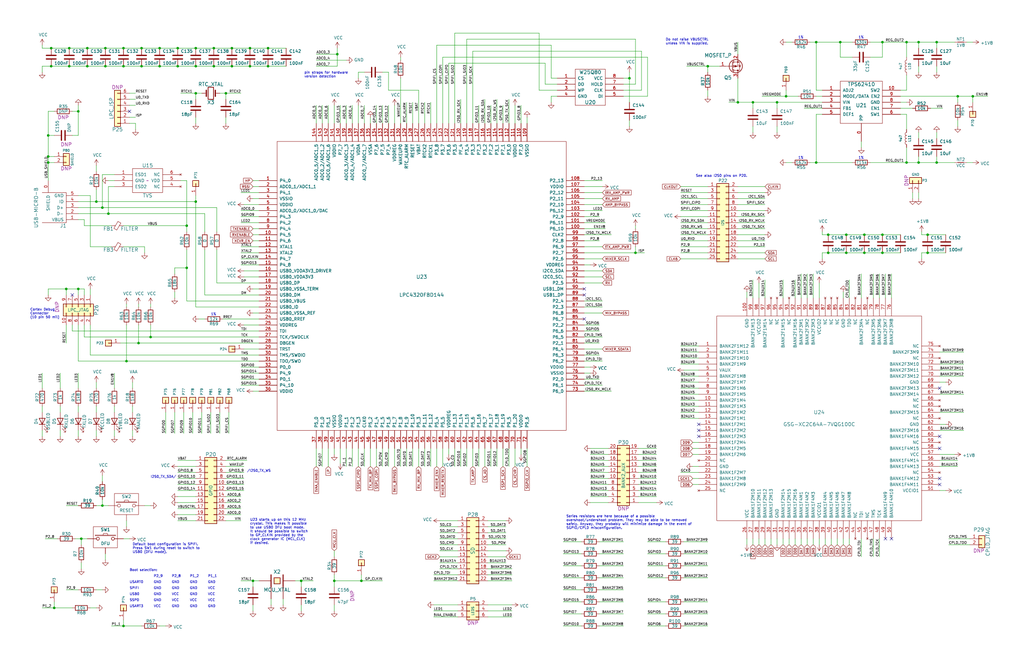
<source format=kicad_sch>
(kicad_sch (version 20211123) (generator eeschema)
  (paper "User" 431.8 279.4)
  (title_block (title "HackRF One") (date "2021-09-28") (rev "r8") (company "Copyright 2012-2020 Great Scott Gadgets") (comment 1 "Michael Ossmann") (comment 2 "Licensed under the CERN-OHL-P v2"))
  (junction (at 410.21 40.64))
  (junction (at 67.31 27.94))
  (junction (at 356.87 106.68))
  (junction (at 36.83 27.94))
  (junction (at 43.18 213.36))
  (junction (at 53.34 152.4))
  (junction (at 265.43 33.02))
  (junction (at 97.79 20.32))
  (junction (at 364.49 106.68))
  (junction (at 63.5 142.24))
  (junction (at 74.93 20.32))
  (junction (at 43.18 87.63))
  (junction (at 298.45 27.94))
  (junction (at 33.02 46.99))
  (junction (at 20.32 66.04))
  (junction (at 403.86 40.64))
  (junction (at 354.33 17.78))
  (junction (at 382.27 17.78))
  (junction (at 372.11 106.68))
  (junction (at 82.55 85.09))
  (junction (at 52.07 20.32))
  (junction (at 152.4 245.11))
  (junction (at 20.32 57.15))
  (junction (at 391.16 106.68))
  (junction (at 317.5 43.18))
  (junction (at 349.25 106.68))
  (junction (at 52.07 27.94))
  (junction (at 22.86 256.54))
  (junction (at 113.03 20.32))
  (junction (at 267.97 106.68))
  (junction (at 344.17 17.78))
  (junction (at 20.32 68.58))
  (junction (at 142.24 22.86))
  (junction (at 27.94 121.92))
  (junction (at 394.97 68.58))
  (junction (at 34.29 227.33))
  (junction (at 364.49 99.06))
  (junction (at 387.35 68.58))
  (junction (at 95.25 39.37))
  (junction (at 58.42 144.78))
  (junction (at 90.17 20.32))
  (junction (at 74.93 27.94))
  (junction (at 113.03 27.94))
  (junction (at 67.31 20.32))
  (junction (at 82.55 27.94))
  (junction (at 344.17 68.58))
  (junction (at 327.66 43.18))
  (junction (at 21.59 27.94))
  (junction (at 356.87 99.06))
  (junction (at 105.41 27.94))
  (junction (at 372.11 99.06))
  (junction (at 29.21 27.94))
  (junction (at 82.55 39.37))
  (junction (at 44.45 20.32))
  (junction (at 40.64 85.09))
  (junction (at 382.27 68.58))
  (junction (at 372.11 17.78))
  (junction (at 90.17 27.94))
  (junction (at 29.21 20.32))
  (junction (at 36.83 20.32))
  (junction (at 127 245.11))
  (junction (at 387.35 17.78))
  (junction (at 33.02 121.92))
  (junction (at 391.16 99.06))
  (junction (at 44.45 27.94))
  (junction (at 106.68 245.11))
  (junction (at 21.59 20.32))
  (junction (at 331.47 40.64))
  (junction (at 311.15 43.18))
  (junction (at 140.97 245.11))
  (junction (at 78.74 95.25))
  (junction (at 97.79 27.94))
  (junction (at 52.07 264.16))
  (junction (at 45.72 90.17))
  (junction (at 105.41 20.32))
  (junction (at 82.55 20.32))
  (junction (at 349.25 99.06))
  (junction (at 394.97 17.78))
  (junction (at 59.69 27.94))
  (junction (at 59.69 20.32))
  (junction (at 78.74 113.03))
  (no_connect (at 294.64 181.61))
  (no_connect (at 373.38 227.33))
  (no_connect (at 396.24 184.15))
  (no_connect (at 375.92 227.33))
  (no_connect (at 54.61 46.99))
  (no_connect (at 246.38 121.92))
  (no_connect (at 396.24 201.93))
  (no_connect (at 246.38 124.46))
  (no_connect (at 30.48 124.46))
  (no_connect (at 246.38 134.62))
  (no_connect (at 396.24 163.83))
  (no_connect (at 396.24 189.23))
  (no_connect (at 396.24 204.47))
  (no_connect (at 294.64 184.15))
  (no_connect (at 294.64 179.07))
  (wire (pts (xy 109.22 81.28) (xy 101.6 81.28)))
  (wire (pts (xy 327.66 43.18) (xy 327.66 45.72)))
  (wire (pts (xy 27.94 121.92) (xy 27.94 124.46)))
  (wire (pts (xy 17.78 19.05) (xy 17.78 20.32)))
  (wire (pts (xy 267.97 95.25) (xy 267.97 96.52)))
  (wire (pts (xy 368.3 227.33) (xy 368.3 234.95)))
  (wire (pts (xy 252.73 264.16) (xy 262.89 264.16)))
  (wire (pts (xy 317.5 55.88) (xy 317.5 53.34)))
  (wire (pts (xy 38.1 104.14) (xy 46.99 104.14)))
  (wire (pts (xy 269.24 201.93) (xy 276.86 201.93)))
  (wire (pts (xy 109.22 101.6) (xy 106.68 101.6)))
  (wire (pts (xy 53.34 219.71) (xy 53.34 222.25)))
  (wire (pts (xy 44.45 20.32) (xy 52.07 20.32)))
  (wire (pts (xy 387.35 17.78) (xy 387.35 20.32)))
  (wire (pts (xy 163.83 30.48) (xy 163.83 38.1)))
  (wire (pts (xy 355.6 227.33) (xy 355.6 229.87)))
  (wire (pts (xy 307.34 43.18) (xy 311.15 43.18)))
  (wire (pts (xy 396.24 156.21) (xy 406.4 156.21)))
  (wire (pts (xy 394.97 30.48) (xy 394.97 27.94)))
  (wire (pts (xy 294.64 171.45) (xy 287.02 171.45)))
  (wire (pts (xy 52.07 20.32) (xy 59.69 20.32)))
  (wire (pts (xy 217.17 44.45) (xy 217.17 52.07)))
  (wire (pts (xy 254 147.32) (xy 246.38 147.32)))
  (wire (pts (xy 205.74 224.79) (xy 213.36 224.79)))
  (wire (pts (xy 232.41 19.05) (xy 184.15 19.05)))
  (wire (pts (xy 146.05 189.23) (xy 146.05 196.85)))
  (wire (pts (xy 213.36 237.49) (xy 205.74 237.49)))
  (wire (pts (xy 254 78.74) (xy 246.38 78.74)))
  (wire (pts (xy 289.56 27.94) (xy 298.45 27.94)))
  (wire (pts (xy 288.29 233.68) (xy 298.45 233.68)))
  (wire (pts (xy 95.25 212.09) (xy 101.6 212.09)))
  (wire (pts (xy 40.64 213.36) (xy 43.18 213.36)))
  (wire (pts (xy 367.03 17.78) (xy 372.11 17.78)))
  (wire (pts (xy 35.56 121.92) (xy 35.56 124.46)))
  (wire (pts (xy 185.42 219.71) (xy 193.04 219.71)))
  (wire (pts (xy 53.34 152.4) (xy 109.22 152.4)))
  (wire (pts (xy 349.25 106.68) (xy 356.87 106.68)))
  (wire (pts (xy 73.66 113.03) (xy 73.66 115.57)))
  (wire (pts (xy 52.07 27.94) (xy 59.69 27.94)))
  (wire (pts (xy 382.27 38.1) (xy 379.73 38.1)))
  (wire (pts (xy 252.73 254) (xy 262.89 254)))
  (wire (pts (xy 109.22 157.48) (xy 101.6 157.48)))
  (wire (pts (xy 367.03 24.13) (xy 372.11 24.13)))
  (wire (pts (xy 186.69 189.23) (xy 186.69 196.85)))
  (wire (pts (xy 330.2 125.73) (xy 330.2 118.11)))
  (wire (pts (xy 179.07 189.23) (xy 179.07 196.85)))
  (wire (pts (xy 40.64 181.61) (xy 40.64 184.15)))
  (wire (pts (xy 204.47 52.07) (xy 204.47 41.91)))
  (wire (pts (xy 252.73 248.92) (xy 262.89 248.92)))
  (wire (pts (xy 294.64 153.67) (xy 287.02 153.67)))
  (wire (pts (xy 63.5 137.16) (xy 63.5 142.24)))
  (wire (pts (xy 254 116.84) (xy 246.38 116.84)))
  (wire (pts (xy 54.61 49.53) (xy 57.15 49.53)))
  (wire (pts (xy 193.04 222.25) (xy 185.42 222.25)))
  (wire (pts (xy 276.86 194.31) (xy 269.24 194.31)))
  (wire (pts (xy 287.02 101.6) (xy 298.45 101.6)))
  (wire (pts (xy 344.17 68.58) (xy 344.17 48.26)))
  (wire (pts (xy 20.32 121.92) (xy 27.94 121.92)))
  (wire (pts (xy 95.25 39.37) (xy 101.6 39.37)))
  (wire (pts (xy 90.17 27.94) (xy 97.79 27.94)))
  (wire (pts (xy 256.54 204.47) (xy 248.92 204.47)))
  (wire (pts (xy 256.54 209.55) (xy 248.92 209.55)))
  (wire (pts (xy 156.21 189.23) (xy 156.21 196.85)))
  (wire (pts (xy 171.45 43.18) (xy 171.45 52.07)))
  (wire (pts (xy 20.32 121.92) (xy 20.32 124.46)))
  (wire (pts (xy 101.6 219.71) (xy 95.25 219.71)))
  (wire (pts (xy 82.55 49.53) (xy 82.55 52.07)))
  (wire (pts (xy 44.45 27.94) (xy 52.07 27.94)))
  (wire (pts (xy 95.25 201.93) (xy 102.87 201.93)))
  (wire (pts (xy 171.45 196.85) (xy 171.45 189.23)))
  (wire (pts (xy 344.17 40.64) (xy 346.71 40.64)))
  (wire (pts (xy 101.6 104.14) (xy 109.22 104.14)))
  (wire (pts (xy 184.15 189.23) (xy 184.15 196.85)))
  (wire (pts (xy 246.38 104.14) (xy 254 104.14)))
  (wire (pts (xy 256.54 194.31) (xy 248.92 194.31)))
  (wire (pts (xy 74.93 207.01) (xy 82.55 207.01)))
  (wire (pts (xy 30.48 46.99) (xy 33.02 46.99)))
  (wire (pts (xy 322.58 83.82) (xy 311.15 83.82)))
  (wire (pts (xy 311.15 93.98) (xy 322.58 93.98)))
  (wire (pts (xy 346.71 106.68) (xy 349.25 106.68)))
  (wire (pts (xy 347.98 227.33) (xy 347.98 229.87)))
  (wire (pts (xy 53.34 128.27) (xy 53.34 129.54)))
  (wire (pts (xy 63.5 128.27) (xy 63.5 129.54)))
  (wire (pts (xy 143.51 52.07) (xy 143.51 44.45)))
  (wire (pts (xy 109.22 154.94) (xy 101.6 154.94)))
  (wire (pts (xy 254 127) (xy 246.38 127)))
  (wire (pts (xy 161.29 52.07) (xy 161.29 44.45)))
  (wire (pts (xy 314.96 125.73) (xy 314.96 123.19)))
  (wire (pts (xy 35.56 137.16) (xy 35.56 142.24)))
  (wire (pts (xy 382.27 68.58) (xy 387.35 68.58)))
  (wire (pts (xy 101.6 245.11) (xy 106.68 245.11)))
  (wire (pts (xy 252.73 137.16) (xy 246.38 137.16)))
  (wire (pts (xy 119.38 255.27) (xy 119.38 252.73)))
  (wire (pts (xy 33.02 152.4) (xy 33.02 137.16)))
  (wire (pts (xy 298.45 96.52) (xy 287.02 96.52)))
  (wire (pts (xy 33.02 157.48) (xy 33.02 163.83)))
  (wire (pts (xy 40.64 163.83) (xy 40.64 161.29)))
  (wire (pts (xy 193.04 240.03) (xy 185.42 240.03)))
  (wire (pts (xy 294.64 201.93) (xy 292.1 201.93)))
  (wire (pts (xy 234.95 33.02) (xy 232.41 33.02)))
  (wire (pts (xy 151.13 33.02) (xy 151.13 30.48)))
  (wire (pts (xy 95.25 217.17) (xy 101.6 217.17)))
  (wire (pts (xy 276.86 191.77) (xy 269.24 191.77)))
  (wire (pts (xy 27.94 137.16) (xy 27.94 144.78)))
  (wire (pts (xy 113.03 20.32) (xy 120.65 20.32)))
  (wire (pts (xy 201.93 52.07) (xy 201.93 44.45)))
  (wire (pts (xy 105.41 20.32) (xy 113.03 20.32)))
  (wire (pts (xy 372.11 106.68) (xy 379.73 106.68)))
  (wire (pts (xy 388.62 99.06) (xy 391.16 99.06)))
  (wire (pts (xy 246.38 106.68) (xy 267.97 106.68)))
  (wire (pts (xy 193.04 234.95) (xy 185.42 234.95)))
  (wire (pts (xy 50.8 144.78) (xy 58.42 144.78)))
  (wire (pts (xy 287.02 93.98) (xy 298.45 93.98)))
  (wire (pts (xy 166.37 189.23) (xy 166.37 196.85)))
  (wire (pts (xy 384.81 83.82) (xy 384.81 81.28)))
  (wire (pts (xy 142.24 22.86) (xy 142.24 20.32)))
  (wire (pts (xy 403.86 43.18) (xy 403.86 40.64)))
  (wire (pts (xy 101.6 111.76) (xy 109.22 111.76)))
  (wire (pts (xy 173.99 189.23) (xy 173.99 196.85)))
  (wire (pts (xy 52.07 264.16) (xy 59.69 264.16)))
  (wire (pts (xy 78.74 127) (xy 109.22 127)))
  (wire (pts (xy 215.9 257.81) (xy 205.74 257.81)))
  (wire (pts (xy 82.55 209.55) (xy 74.93 209.55)))
  (wire (pts (xy 140.97 191.77) (xy 140.97 189.23)))
  (wire (pts (xy 43.18 213.36) (xy 45.72 213.36)))
  (wire (pts (xy 331.47 40.64) (xy 336.55 40.64)))
  (wire (pts (xy 106.68 245.11) (xy 109.22 245.11)))
  (wire (pts (xy 182.88 260.35) (xy 193.04 260.35)))
  (wire (pts (xy 248.92 212.09) (xy 256.54 212.09)))
  (wire (pts (xy 109.22 149.86) (xy 38.1 149.86)))
  (wire (pts (xy 287.02 104.14) (xy 298.45 104.14)))
  (wire (pts (xy 33.02 121.92) (xy 35.56 121.92)))
  (wire (pts (xy 82.55 204.47) (xy 74.93 204.47)))
  (wire (pts (xy 337.82 125.73) (xy 337.82 115.57)))
  (wire (pts (xy 350.52 227.33) (xy 350.52 229.87)))
  (wire (pts (xy 40.64 69.85) (xy 40.64 72.39)))
  (wire (pts (xy 213.36 219.71) (xy 205.74 219.71)))
  (wire (pts (xy 82.55 199.39) (xy 74.93 199.39)))
  (wire (pts (xy 74.93 20.32) (xy 82.55 20.32)))
  (wire (pts (xy 31.75 227.33) (xy 34.29 227.33)))
  (wire (pts (xy 246.38 96.52) (xy 255.27 96.52)))
  (wire (pts (xy 288.29 254) (xy 298.45 254)))
  (wire (pts (xy 30.48 137.16) (xy 30.48 139.7)))
  (wire (pts (xy 294.64 161.29) (xy 287.02 161.29)))
  (wire (pts (xy 276.86 212.09) (xy 269.24 212.09)))
  (wire (pts (xy 77.47 182.88) (xy 77.47 173.99)))
  (wire (pts (xy 280.67 233.68) (xy 273.05 233.68)))
  (wire (pts (xy 52.07 227.33) (xy 54.61 227.33)))
  (wire (pts (xy 199.39 52.07) (xy 199.39 21.59)))
  (wire (pts (xy 322.58 81.28) (xy 311.15 81.28)))
  (wire (pts (xy 398.78 207.01) (xy 396.24 207.01)))
  (wire (pts (xy 35.56 95.25) (xy 35.56 92.71)))
  (wire (pts (xy 245.11 238.76) (xy 237.49 238.76)))
  (wire (pts (xy 33.02 57.15) (xy 30.48 57.15)))
  (wire (pts (xy 368.3 125.73) (xy 368.3 115.57)))
  (wire (pts (xy 109.22 78.74) (xy 106.68 78.74)))
  (wire (pts (xy 410.21 40.64) (xy 416.56 40.64)))
  (wire (pts (xy 29.21 20.32) (xy 36.83 20.32)))
  (wire (pts (xy 43.18 200.66) (xy 43.18 203.2)))
  (wire (pts (xy 82.55 39.37) (xy 82.55 41.91)))
  (wire (pts (xy 52.07 95.25) (xy 78.74 95.25)))
  (wire (pts (xy 102.87 204.47) (xy 95.25 204.47)))
  (wire (pts (xy 36.83 27.94) (xy 44.45 27.94)))
  (wire (pts (xy 74.93 196.85) (xy 82.55 196.85)))
  (wire (pts (xy 140.97 234.95) (xy 140.97 232.41)))
  (wire (pts (xy 267.97 35.56) (xy 262.89 35.56)))
  (wire (pts (xy 387.35 68.58) (xy 394.97 68.58)))
  (wire (pts (xy 403.86 53.34) (xy 403.86 50.8)))
  (wire (pts (xy 248.92 191.77) (xy 256.54 191.77)))
  (wire (pts (xy 82.55 82.55) (xy 82.55 85.09)))
  (wire (pts (xy 92.71 182.88) (xy 92.71 173.99)))
  (wire (pts (xy 135.89 189.23) (xy 135.89 196.85)))
  (wire (pts (xy 246.38 152.4) (xy 254 152.4)))
  (wire (pts (xy 327.66 53.34) (xy 327.66 55.88)))
  (wire (pts (xy 106.68 121.92) (xy 109.22 121.92)))
  (wire (pts (xy 232.41 40.64) (xy 234.95 40.64)))
  (wire (pts (xy 287.02 109.22) (xy 298.45 109.22)))
  (wire (pts (xy 179.07 52.07) (xy 179.07 43.18)))
  (wire (pts (xy 311.15 22.86) (xy 311.15 17.78)))
  (wire (pts (xy 227.33 13.97) (xy 227.33 38.1)))
  (wire (pts (xy 358.14 227.33) (xy 358.14 229.87)))
  (wire (pts (xy 229.87 35.56) (xy 234.95 35.56)))
  (wire (pts (xy 78.74 113.03) (xy 73.66 113.03)))
  (wire (pts (xy 265.43 30.48) (xy 265.43 33.02)))
  (wire (pts (xy 344.17 48.26) (xy 346.71 48.26)))
  (wire (pts (xy 265.43 53.34) (xy 265.43 50.8)))
  (wire (pts (xy 209.55 189.23) (xy 209.55 196.85)))
  (wire (pts (xy 287.02 148.59) (xy 294.64 148.59)))
  (wire (pts (xy 106.68 257.81) (xy 106.68 255.27)))
  (wire (pts (xy 40.64 80.01) (xy 40.64 85.09)))
  (wire (pts (xy 396.24 196.85) (xy 403.86 196.85)))
  (wire (pts (xy 76.2 76.2) (xy 78.74 76.2)))
  (wire (pts (xy 163.83 189.23) (xy 163.83 196.85)))
  (wire (pts (xy 273.05 24.13) (xy 273.05 40.64)))
  (wire (pts (xy 109.22 99.06) (xy 106.68 99.06)))
  (wire (pts (xy 86.36 124.46) (xy 109.22 124.46)))
  (wire (pts (xy 52.07 261.62) (xy 52.07 264.16)))
  (wire (pts (xy 17.78 27.94) (xy 21.59 27.94)))
  (wire (pts (xy 166.37 44.45) (xy 166.37 52.07)))
  (wire (pts (xy 127 245.11) (xy 132.08 245.11)))
  (wire (pts (xy 396.24 153.67) (xy 406.4 153.67)))
  (wire (pts (xy 33.02 90.17) (xy 45.72 90.17)))
  (wire (pts (xy 212.09 189.23) (xy 212.09 196.85)))
  (wire (pts (xy 30.48 139.7) (xy 109.22 139.7)))
  (wire (pts (xy 102.87 196.85) (xy 95.25 196.85)))
  (wire (pts (xy 407.67 68.58) (xy 410.21 68.58)))
  (wire (pts (xy 109.22 160.02) (xy 101.6 160.02)))
  (wire (pts (xy 287.02 99.06) (xy 298.45 99.06)))
  (wire (pts (xy 151.13 30.48) (xy 153.67 30.48)))
  (wire (pts (xy 363.22 62.23) (xy 363.22 59.69)))
  (wire (pts (xy 232.41 33.02) (xy 232.41 19.05)))
  (wire (pts (xy 294.64 158.75) (xy 287.02 158.75)))
  (wire (pts (xy 109.22 162.56) (xy 101.6 162.56)))
  (wire (pts (xy 63.5 142.24) (xy 109.22 142.24)))
  (wire (pts (xy 222.25 49.53) (xy 222.25 52.07)))
  (wire (pts (xy 133.35 22.86) (xy 142.24 22.86)))
  (wire (pts (xy 58.42 144.78) (xy 109.22 144.78)))
  (wire (pts (xy 127 257.81) (xy 127 255.27)))
  (wire (pts (xy 387.35 83.82) (xy 387.35 81.28)))
  (wire (pts (xy 58.42 128.27) (xy 58.42 129.54)))
  (wire (pts (xy 140.97 44.45) (xy 140.97 52.07)))
  (wire (pts (xy 396.24 148.59) (xy 406.4 148.59)))
  (wire (pts (xy 322.58 227.33) (xy 322.58 229.87)))
  (wire (pts (xy 334.01 17.78) (xy 331.47 17.78)))
  (wire (pts (xy 396.24 166.37) (xy 406.4 166.37)))
  (wire (pts (xy 311.15 43.18) (xy 317.5 43.18)))
  (wire (pts (xy 20.32 57.15) (xy 22.86 57.15)))
  (wire (pts (xy 346.71 38.1) (xy 344.17 38.1)))
  (wire (pts (xy 54.61 39.37) (xy 57.15 39.37)))
  (wire (pts (xy 396.24 161.29) (xy 398.78 161.29)))
  (wire (pts (xy 33.02 87.63) (xy 43.18 87.63)))
  (wire (pts (xy 207.01 189.23) (xy 207.01 196.85)))
  (wire (pts (xy 372.11 24.13) (xy 372.11 17.78)))
  (wire (pts (xy 410.21 40.64) (xy 410.21 43.18)))
  (wire (pts (xy 205.74 222.25) (xy 213.36 222.25)))
  (wire (pts (xy 341.63 17.78) (xy 344.17 17.78)))
  (wire (pts (xy 201.93 189.23) (xy 201.93 196.85)))
  (wire (pts (xy 248.92 201.93) (xy 256.54 201.93)))
  (wire (pts (xy 322.58 88.9) (xy 311.15 88.9)))
  (wire (pts (xy 346.71 99.06) (xy 349.25 99.06)))
  (wire (pts (xy 156.21 49.53) (xy 156.21 52.07)))
  (wire (pts (xy 245.11 264.16) (xy 237.49 264.16)))
  (wire (pts (xy 298.45 27.94) (xy 303.53 27.94)))
  (wire (pts (xy 90.17 20.32) (xy 97.79 20.32)))
  (wire (pts (xy 22.86 254) (xy 22.86 256.54)))
  (wire (pts (xy 252.73 233.68) (xy 262.89 233.68)))
  (wire (pts (xy 181.61 189.23) (xy 181.61 196.85)))
  (wire (pts (xy 25.4 181.61) (xy 25.4 184.15)))
  (wire (pts (xy 86.36 90.17) (xy 86.36 97.79)))
  (wire (pts (xy 287.02 163.83) (xy 294.64 163.83)))
  (wire (pts (xy 168.91 33.02) (xy 168.91 52.07)))
  (wire (pts (xy 276.86 204.47) (xy 269.24 204.47)))
  (wire (pts (xy 78.74 113.03) (xy 78.74 127)))
  (wire (pts (xy 382.27 68.58) (xy 382.27 62.23)))
  (wire (pts (xy 38.1 121.92) (xy 38.1 124.46)))
  (wire (pts (xy 331.47 38.1) (xy 331.47 40.64)))
  (wire (pts (xy 35.56 142.24) (xy 63.5 142.24)))
  (wire (pts (xy 106.68 165.1) (xy 109.22 165.1)))
  (wire (pts (xy 146.05 44.45) (xy 146.05 52.07)))
  (wire (pts (xy 106.68 83.82) (xy 109.22 83.82)))
  (wire (pts (xy 246.38 83.82) (xy 254 83.82)))
  (wire (pts (xy 340.36 227.33) (xy 340.36 229.87)))
  (wire (pts (xy 382.27 31.75) (xy 382.27 38.1)))
  (wire (pts (xy 311.15 109.22) (xy 322.58 109.22)))
  (wire (pts (xy 127 247.65) (xy 127 245.11)))
  (wire (pts (xy 396.24 173.99) (xy 406.4 173.99)))
  (wire (pts (xy 346.71 97.79) (xy 346.71 99.06)))
  (wire (pts (xy 245.11 233.68) (xy 237.49 233.68)))
  (wire (pts (xy 370.84 115.57) (xy 370.84 125.73)))
  (wire (pts (xy 252.73 238.76) (xy 262.89 238.76)))
  (wire (pts (xy 33.02 213.36) (xy 27.94 213.36)))
  (wire (pts (xy 246.38 144.78) (xy 252.73 144.78)))
  (wire (pts (xy 327.66 43.18) (xy 346.71 43.18)))
  (wire (pts (xy 262.89 33.02) (xy 265.43 33.02)))
  (wire (pts (xy 246.38 139.7) (xy 252.73 139.7)))
  (wire (pts (xy 394.97 68.58) (xy 394.97 66.04)))
  (wire (pts (xy 43.18 248.92) (xy 40.64 248.92)))
  (wire (pts (xy 186.69 24.13) (xy 186.69 52.07)))
  (wire (pts (xy 186.69 24.13) (xy 273.05 24.13)))
  (wire (pts (xy 102.87 199.39) (xy 95.25 199.39)))
  (wire (pts (xy 355.6 125.73) (xy 355.6 123.19)))
  (wire (pts (xy 33.02 82.55) (xy 38.1 82.55)))
  (wire (pts (xy 287.02 199.39) (xy 294.64 199.39)))
  (wire (pts (xy 74.93 201.93) (xy 82.55 201.93)))
  (wire (pts (xy 34.29 227.33) (xy 36.83 227.33)))
  (wire (pts (xy 276.86 209.55) (xy 269.24 209.55)))
  (wire (pts (xy 288.29 243.84) (xy 298.45 243.84)))
  (wire (pts (xy 106.68 132.08) (xy 109.22 132.08)))
  (wire (pts (xy 57.15 54.61) (xy 57.15 52.07)))
  (wire (pts (xy 322.58 101.6) (xy 311.15 101.6)))
  (wire (pts (xy 214.63 52.07) (xy 214.63 41.91)))
  (wire (pts (xy 287.02 81.28) (xy 298.45 81.28)))
  (wire (pts (xy 54.61 41.91) (xy 57.15 41.91)))
  (wire (pts (xy 69.85 182.88) (xy 69.85 173.99)))
  (wire (pts (xy 245.11 254) (xy 237.49 254)))
  (wire (pts (xy 204.47 196.85) (xy 204.47 189.23)))
  (wire (pts (xy 34.29 229.87) (xy 34.29 227.33)))
  (wire (pts (xy 287.02 173.99) (xy 294.64 173.99)))
  (wire (pts (xy 294.64 166.37) (xy 287.02 166.37)))
  (wire (pts (xy 193.04 227.33) (xy 185.42 227.33)))
  (wire (pts (xy 196.85 189.23) (xy 196.85 196.85)))
  (wire (pts (xy 252.73 259.08) (xy 262.89 259.08)))
  (wire (pts (xy 48.26 78.74) (xy 45.72 78.74)))
  (wire (pts (xy 372.11 17.78) (xy 382.27 17.78)))
  (wire (pts (xy 113.03 27.94) (xy 120.65 27.94)))
  (wire (pts (xy 227.33 38.1) (xy 234.95 38.1)))
  (wire (pts (xy 394.97 17.78) (xy 402.59 17.78)))
  (wire (pts (xy 232.41 43.18) (xy 232.41 40.64)))
  (wire (pts (xy 332.74 227.33) (xy 332.74 229.87)))
  (wire (pts (xy 345.44 125.73) (xy 345.44 119.38)))
  (wire (pts (xy 294.64 191.77) (xy 292.1 191.77)))
  (wire (pts (xy 194.31 189.23) (xy 194.31 196.85)))
  (wire (pts (xy 124.46 245.11) (xy 127 245.11)))
  (wire (pts (xy 33.02 121.92) (xy 33.02 124.46)))
  (wire (pts (xy 387.35 30.48) (xy 387.35 27.94)))
  (wire (pts (xy 311.15 96.52) (xy 322.58 96.52)))
  (wire (pts (xy 143.51 195.58) (xy 143.51 189.23)))
  (wire (pts (xy 322.58 125.73) (xy 322.58 118.11)))
  (wire (pts (xy 53.34 137.16) (xy 53.34 152.4)))
  (wire (pts (xy 387.35 55.88) (xy 387.35 58.42)))
  (wire (pts (xy 173.99 43.18) (xy 173.99 52.07)))
  (wire (pts (xy 222.25 189.23) (xy 222.25 196.85)))
  (wire (pts (xy 152.4 245.11) (xy 161.29 245.11)))
  (wire (pts (xy 76.2 39.37) (xy 82.55 39.37)))
  (wire (pts (xy 396.24 179.07) (xy 398.78 179.07)))
  (wire (pts (xy 248.92 207.01) (xy 256.54 207.01)))
  (wire (pts (xy 82.55 217.17) (xy 74.93 217.17)))
  (wire (pts (xy 59.69 27.94) (xy 67.31 27.94)))
  (wire (pts (xy 191.77 189.23) (xy 191.77 196.85)))
  (wire (pts (xy 133.35 189.23) (xy 133.35 196.85)))
  (wire (pts (xy 74.93 219.71) (xy 82.55 219.71)))
  (wire (pts (xy 83.82 134.62) (xy 86.36 134.62)))
  (wire (pts (xy 17.78 256.54) (xy 22.86 256.54)))
  (wire (pts (xy 246.38 93.98) (xy 255.27 93.98)))
  (wire (pts (xy 320.04 227.33) (xy 320.04 229.87)))
  (wire (pts (xy 59.69 20.32) (xy 67.31 20.32)))
  (wire (pts (xy 391.16 106.68) (xy 398.78 106.68)))
  (wire (pts (xy 193.04 224.79) (xy 185.42 224.79)))
  (wire (pts (xy 168.91 24.13) (xy 168.91 25.4)))
  (wire (pts (xy 370.84 227.33) (xy 370.84 234.95)))
  (wire (pts (xy 95.25 207.01) (xy 102.87 207.01)))
  (wire (pts (xy 294.64 151.13) (xy 287.02 151.13)))
  (wire (pts (xy 114.3 255.27) (xy 114.3 252.73)))
  (wire (pts (xy 265.43 33.02) (xy 265.43 43.18)))
  (wire (pts (xy 86.36 105.41) (xy 86.36 124.46)))
  (wire (pts (xy 270.51 38.1) (xy 262.89 38.1)))
  (wire (pts (xy 109.22 91.44) (xy 101.6 91.44)))
  (wire (pts (xy 48.26 171.45) (xy 48.26 173.99)))
  (wire (pts (xy 402.59 191.77) (xy 396.24 191.77)))
  (wire (pts (xy 394.97 55.88) (xy 394.97 58.42)))
  (wire (pts (xy 394.97 17.78) (xy 394.97 20.32)))
  (wire (pts (xy 138.43 196.85) (xy 138.43 189.23)))
  (wire (pts (xy 101.6 88.9) (xy 109.22 88.9)))
  (wire (pts (xy 142.24 22.86) (xy 142.24 27.94)))
  (wire (pts (xy 311.15 86.36) (xy 322.58 86.36)))
  (wire (pts (xy 93.98 134.62) (xy 109.22 134.62)))
  (wire (pts (xy 276.86 199.39) (xy 269.24 199.39)))
  (wire (pts (xy 342.9 227.33) (xy 342.9 229.87)))
  (wire (pts (xy 387.35 68.58) (xy 387.35 66.04)))
  (wire (pts (xy 196.85 16.51) (xy 267.97 16.51)))
  (wire (pts (xy 273.05 238.76) (xy 280.67 238.76)))
  (wire (pts (xy 133.35 44.45) (xy 133.35 52.07)))
  (wire (pts (xy 35.56 95.25) (xy 46.99 95.25)))
  (wire (pts (xy 189.23 26.67) (xy 229.87 26.67)))
  (wire (pts (xy 74.93 27.94) (xy 82.55 27.94)))
  (wire (pts (xy 298.45 27.94) (xy 298.45 30.48)))
  (wire (pts (xy 246.38 132.08) (xy 254 132.08)))
  (wire (pts (xy 55.88 171.45) (xy 55.88 173.99)))
  (wire (pts (xy 321.31 40.64) (xy 331.47 40.64)))
  (wire (pts (xy 391.16 99.06) (xy 398.78 99.06)))
  (wire (pts (xy 95.25 214.63) (xy 101.6 214.63)))
  (wire (pts (xy 394.97 68.58) (xy 402.59 68.58)))
  (wire (pts (xy 334.01 68.58) (xy 331.47 68.58)))
  (wire (pts (xy 43.18 73.66) (xy 48.26 73.66)))
  (wire (pts (xy 109.22 147.32) (xy 102.87 147.32)))
  (wire (pts (xy 246.38 149.86) (xy 252.73 149.86)))
  (wire (pts (xy 54.61 44.45) (xy 57.15 44.45)))
  (wire (pts (xy 388.62 106.68) (xy 391.16 106.68)))
  (wire (pts (xy 245.11 228.6) (xy 237.49 228.6)))
  (wire (pts (xy 102.87 86.36) (xy 109.22 86.36)))
  (wire (pts (xy 33.02 171.45) (xy 33.02 173.99)))
  (wire (pts (xy 17.78 27.94) (xy 17.78 30.48)))
  (wire (pts (xy 246.38 160.02) (xy 252.73 160.02)))
  (wire (pts (xy 133.35 25.4) (xy 146.05 25.4)))
  (wire (pts (xy 209.55 52.07) (xy 209.55 41.91)))
  (wire (pts (xy 322.58 91.44) (xy 311.15 91.44)))
  (wire (pts (xy 341.63 68.58) (xy 344.17 68.58)))
  (wire (pts (xy 364.49 106.68) (xy 372.11 106.68)))
  (wire (pts (xy 82.55 27.94) (xy 90.17 27.94)))
  (wire (pts (xy 273.05 40.64) (xy 262.89 40.64)))
  (wire (pts (xy 95.25 209.55) (xy 101.6 209.55)))
  (wire (pts (xy 388.62 99.06) (xy 388.62 97.79)))
  (wire (pts (xy 356.87 106.68) (xy 364.49 106.68)))
  (wire (pts (xy 185.42 237.49) (xy 193.04 237.49)))
  (wire (pts (xy 294.64 176.53) (xy 287.02 176.53)))
  (wire (pts (xy 342.9 125.73) (xy 342.9 115.57)))
  (wire (pts (xy 182.88 255.27) (xy 193.04 255.27)))
  (wire (pts (xy 17.78 171.45) (xy 17.78 173.99)))
  (wire (pts (xy 140.97 242.57) (xy 140.97 245.11)))
  (wire (pts (xy 246.38 129.54) (xy 254 129.54)))
  (wire (pts (xy 246.38 162.56) (xy 254 162.56)))
  (wire (pts (xy 335.28 227.33) (xy 335.28 229.87)))
  (wire (pts (xy 33.02 46.99) (xy 33.02 57.15)))
  (wire (pts (xy 205.74 242.57) (xy 215.9 242.57)))
  (wire (pts (xy 322.58 78.74) (xy 311.15 78.74)))
  (wire (pts (xy 194.31 52.07) (xy 194.31 41.91)))
  (wire (pts (xy 327.66 229.87) (xy 327.66 227.33)))
  (wire (pts (xy 82.55 39.37) (xy 85.09 39.37)))
  (wire (pts (xy 317.5 125.73) (xy 317.5 118.11)))
  (wire (pts (xy 102.87 114.3) (xy 109.22 114.3)))
  (wire (pts (xy 67.31 264.16) (xy 69.85 264.16)))
  (wire (pts (xy 252.73 243.84) (xy 262.89 243.84)))
  (wire (pts (xy 182.88 242.57) (xy 193.04 242.57)))
  (wire (pts (xy 73.66 125.73) (xy 73.66 123.19)))
  (wire (pts (xy 109.22 93.98) (xy 101.6 93.98)))
  (wire (pts (xy 95.25 52.07) (xy 95.25 49.53)))
  (wire (pts (xy 181.61 43.18) (xy 181.61 52.07)))
  (wire (pts (xy 21.59 20.32) (xy 29.21 20.32)))
  (wire (pts (xy 148.59 44.45) (xy 148.59 52.07)))
  (wire (pts (xy 248.92 157.48) (xy 246.38 157.48)))
  (wire (pts (xy 78.74 95.25) (xy 78.74 97.79)))
  (wire (pts (xy 25.4 157.48) (xy 25.4 163.83)))
  (wire (pts (xy 20.32 66.04) (xy 20.32 68.58)))
  (wire (pts (xy 248.92 196.85) (xy 256.54 196.85)))
  (wire (pts (xy 215.9 245.11) (xy 205.74 245.11)))
  (wire (pts (xy 148.59 189.23) (xy 148.59 196.85)))
  (wire (pts (xy 82.55 20.32) (xy 90.17 20.32)))
  (wire (pts (xy 373.38 125.73) (xy 373.38 115.57)))
  (wire (pts (xy 193.04 229.87) (xy 185.42 229.87)))
  (wire (pts (xy 288.29 259.08) (xy 298.45 259.08)))
  (wire (pts (xy 382.27 43.18) (xy 379.73 43.18)))
  (wire (pts (xy 270.51 21.59) (xy 270.51 38.1)))
  (wire (pts (xy 102.87 116.84) (xy 109.22 116.84)))
  (wire (pts (xy 58.42 137.16) (xy 58.42 144.78)))
  (wire (pts (xy 205.74 229.87) (xy 213.36 229.87)))
  (wire (pts (xy 20.32 66.04) (xy 22.86 66.04)))
  (wire (pts (xy 91.44 105.41) (xy 91.44 119.38)))
  (wire (pts (xy 153.67 44.45) (xy 153.67 52.07)))
  (wire (pts (xy 358.14 125.73) (xy 358.14 118.11)))
  (wire (pts (xy 392.43 45.72) (xy 397.51 45.72)))
  (wire (pts (xy 45.72 78.74) (xy 45.72 90.17)))
  (wire (pts (xy 95.25 39.37) (xy 95.25 41.91)))
  (wire (pts (xy 82.55 129.54) (xy 109.22 129.54)))
  (wire (pts (xy 104.14 194.31) (xy 95.25 194.31)))
  (wire (pts (xy 182.88 257.81) (xy 193.04 257.81)))
  (wire (pts (xy 109.22 106.68) (xy 101.6 106.68)))
  (wire (pts (xy 245.11 248.92) (xy 237.49 248.92)))
  (wire (pts (xy 311.15 33.02) (xy 311.15 43.18)))
  (wire (pts (xy 314.96 229.87) (xy 314.96 227.33)))
  (wire (pts (xy 294.64 186.69) (xy 292.1 186.69)))
  (wire (pts (xy 407.67 17.78) (xy 410.21 17.78)))
  (wire (pts (xy 189.23 52.07) (xy 189.23 26.67)))
  (wire (pts (xy 212.09 52.07) (xy 212.09 44.45)))
  (wire (pts (xy 48.26 157.48) (xy 48.26 163.83)))
  (wire (pts (xy 40.64 171.45) (xy 40.64 173.99)))
  (wire (pts (xy 82.55 214.63) (xy 74.93 214.63)))
  (wire (pts (xy 287.02 91.44) (xy 298.45 91.44)))
  (wire (pts (xy 387.35 17.78) (xy 394.97 17.78)))
  (wire (pts (xy 379.73 40.64) (xy 403.86 40.64)))
  (wire (pts (xy 20.32 68.58) (xy 20.32 76.2)))
  (wire (pts (xy 344.17 38.1) (xy 344.17 17.78)))
  (wire (pts (xy 215.9 240.03) (xy 205.74 240.03)))
  (wire (pts (xy 298.45 78.74) (xy 287.02 78.74)))
  (wire (pts (xy 92.71 39.37) (xy 95.25 39.37)))
  (wire (pts (xy 294.64 196.85) (xy 292.1 196.85)))
  (wire (pts (xy 73.66 182.88) (xy 73.66 173.99)))
  (wire (pts (xy 364.49 99.06) (xy 372.11 99.06)))
  (wire (pts (xy 20.32 68.58) (xy 22.86 68.58)))
  (wire (pts (xy 215.9 260.35) (xy 205.74 260.35)))
  (wire (pts (xy 273.05 259.08) (xy 280.67 259.08)))
  (wire (pts (xy 288.29 156.21) (xy 294.64 156.21)))
  (wire (pts (xy 22.86 46.99) (xy 20.32 46.99)))
  (wire (pts (xy 25.4 171.45) (xy 25.4 173.99)))
  (wire (pts (xy 182.88 245.11) (xy 193.04 245.11)))
  (wire (pts (xy 317.5 227.33) (xy 317.5 229.87)))
  (wire (pts (xy 205.74 227.33) (xy 213.36 227.33)))
  (wire (pts (xy 396.24 158.75) (xy 406.4 158.75)))
  (wire (pts (xy 213.36 234.95) (xy 205.74 234.95)))
  (wire (pts (xy 138.43 52.07) (xy 138.43 44.45)))
  (wire (pts (xy 153.67 189.23) (xy 153.67 196.85)))
  (wire (pts (xy 91.44 87.63) (xy 91.44 97.79)))
  (wire (pts (xy 267.97 106.68) (xy 271.78 106.68)))
  (wire (pts (xy 256.54 199.39) (xy 248.92 199.39)))
  (wire (pts (xy 298.45 86.36) (xy 287.02 86.36)))
  (wire (pts (xy 33.02 152.4) (xy 53.34 152.4)))
  (wire (pts (xy 52.07 104.14) (xy 60.96 104.14)))
  (wire (pts (xy 325.12 227.33) (xy 325.12 229.87)))
  (wire (pts (xy 246.38 91.44) (xy 252.73 91.44)))
  (wire (pts (xy 344.17 17.78) (xy 354.33 17.78)))
  (wire (pts (xy 379.73 48.26) (xy 382.27 48.26)))
  (wire (pts (xy 363.22 115.57) (xy 363.22 125.73)))
  (wire (pts (xy 176.53 196.85) (xy 176.53 189.23)))
  (wire (pts (xy 408.94 227.33) (xy 400.05 227.33)))
  (wire (pts (xy 219.71 52.07) (xy 219.71 44.45)))
  (wire (pts (xy 403.86 40.64) (xy 410.21 40.64)))
  (wire (pts (xy 55.88 161.29) (xy 55.88 163.83)))
  (wire (pts (xy 344.17 68.58) (xy 359.41 68.58)))
  (wire (pts (xy 214.63 189.23) (xy 214.63 196.85)))
  (wire (pts (xy 91.44 119.38) (xy 109.22 119.38)))
  (wire (pts (xy 140.97 245.11) (xy 140.97 247.65)))
  (wire (pts (xy 199.39 189.23) (xy 199.39 196.85)))
  (wire (pts (xy 269.24 207.01) (xy 276.86 207.01)))
  (wire (pts (xy 40.64 256.54) (xy 38.1 256.54)))
  (wire (pts (xy 96.52 182.88) (xy 96.52 173.99)))
  (wire (pts (xy 45.72 90.17) (xy 86.36 90.17)))
  (wire (pts (xy 81.28 182.88) (xy 81.28 173.99)))
  (wire (pts (xy 48.26 181.61) (xy 48.26 184.15)))
  (wire (pts (xy 189.23 191.77) (xy 189.23 189.23)))
  (wire (pts (xy 269.24 196.85) (xy 276.86 196.85)))
  (wire (pts (xy 199.39 21.59) (xy 270.51 21.59)))
  (wire (pts (xy 102.87 137.16) (xy 109.22 137.16)))
  (wire (pts (xy 33.02 85.09) (xy 40.64 85.09)))
  (wire (pts (xy 254 76.2) (xy 246.38 76.2)))
  (wire (pts (xy 106.68 76.2) (xy 109.22 76.2)))
  (wire (pts (xy 109.22 109.22) (xy 101.6 109.22)))
  (wire (pts (xy 158.75 52.07) (xy 158.75 44.45)))
  (wire (pts (xy 353.06 227.33) (xy 353.06 229.87)))
  (wire (pts (xy 288.29 238.76) (xy 298.45 238.76)))
  (wire (pts (xy 345.44 229.87) (xy 345.44 227.33)))
  (wire (pts (xy 55.88 181.61) (xy 55.88 184.15)))
  (wire (pts (xy 22.86 256.54) (xy 30.48 256.54)))
  (wire (pts (xy 215.9 255.27) (xy 205.74 255.27)))
  (wire (pts (xy 354.33 17.78) (xy 359.41 17.78)))
  (wire (pts (xy 158.75 189.23) (xy 158.75 196.85)))
  (wire (pts (xy 105.41 27.94) (xy 113.03 27.94)))
  (wire (pts (xy 44.45 236.22) (xy 44.45 233.68)))
  (wire (pts (xy 356.87 99.06) (xy 364.49 99.06)))
  (wire (pts (xy 17.78 181.61) (xy 17.78 184.15)))
  (wire (pts (xy 335.28 125.73) (xy 335.28 118.11)))
  (wire (pts (xy 349.25 99.06) (xy 356.87 99.06)))
  (wire (pts (xy 246.38 165.1) (xy 257.81 165.1)))
  (wire (pts (xy 191.77 13.97) (xy 227.33 13.97)))
  (wire (pts (xy 78.74 105.41) (xy 78.74 113.03)))
  (wire (pts (xy 320.04 125.73) (xy 320.04 119.38)))
  (wire (pts (xy 276.86 189.23) (xy 269.24 189.23)))
  (wire (pts (xy 245.11 243.84) (xy 237.49 243.84)))
  (wire (pts (xy 213.36 232.41) (xy 205.74 232.41)))
  (wire (pts (xy 256.54 189.23) (xy 248.92 189.23)))
  (wire (pts (xy 29.21 27.94) (xy 36.83 27.94)))
  (wire (pts (xy 354.33 24.13) (xy 359.41 24.13)))
  (wire (pts (xy 254 86.36) (xy 246.38 86.36)))
  (wire (pts (xy 217.17 189.23) (xy 217.17 196.85)))
  (wire (pts (xy 248.92 111.76) (xy 246.38 111.76)))
  (wire (pts (xy 196.85 52.07) (xy 196.85 16.51)))
  (wire (pts (xy 246.38 88.9) (xy 254 88.9)))
  (wire (pts (xy 354.33 17.78) (xy 354.33 24.13)))
  (wire (pts (xy 280.67 228.6) (xy 273.05 228.6)))
  (wire (pts (xy 34.29 240.03) (xy 34.29 237.49)))
  (wire (pts (xy 375.92 115.57) (xy 375.92 125.73)))
  (wire (pts (xy 367.03 68.58) (xy 382.27 68.58)))
  (wire (pts (xy 229.87 26.67) (xy 229.87 35.56)))
  (wire (pts (xy 396.24 194.31) (xy 403.86 194.31)))
  (wire (pts (xy 82.55 212.09) (xy 74.93 212.09)))
  (wire (pts (xy 288.29 228.6) (xy 298.45 228.6)))
  (wire (pts (xy 43.18 87.63) (xy 91.44 87.63)))
  (wire (pts (xy 246.38 109.22) (xy 254 109.22)))
  (wire (pts (xy 193.04 232.41) (xy 185.42 232.41)))
  (wire (pts (xy 184.15 19.05) (xy 184.15 52.07)))
  (wire (pts (xy 245.11 259.08) (xy 237.49 259.08)))
  (wire (pts (xy 33.02 44.45) (xy 33.02 46.99)))
  (wire (pts (xy 133.35 27.94) (xy 142.24 27.94)))
  (wire (pts (xy 78.74 76.2) (xy 78.74 95.25)))
  (wire (pts (xy 33.02 181.61) (xy 33.02 184.15)))
  (wire (pts (xy 109.22 96.52) (xy 106.68 96.52)))
  (wire (pts (xy 384.81 45.72) (xy 379.73 45.72)))
  (wire (pts (xy 396.24 181.61) (xy 406.4 181.61)))
  (wire (pts (xy 252.73 228.6) (xy 262.89 228.6)))
  (wire (pts (xy 97.79 20.32) (xy 105.41 20.32)))
  (wire (pts (xy 322.58 99.06) (xy 311.15 99.06)))
  (wire (pts (xy 298.45 38.1) (xy 298.45 40.64)))
  (wire (pts (xy 219.71 191.77) (xy 219.71 189.23)))
  (wire (pts (xy 191.77 13.97) (xy 191.77 52.07)))
  (wire (pts (xy 254 114.3) (xy 246.38 114.3)))
  (wire (pts (xy 339.09 45.72) (xy 346.71 45.72)))
  (wire (pts (xy 20.32 46.99) (xy 20.32 57.15)))
  (wire (pts (xy 45.72 76.2) (xy 48.26 76.2)))
  (wire (pts (xy 267.97 16.51) (xy 267.97 35.56)))
  (wire (pts (xy 27.94 121.92) (xy 33.02 121.92)))
  (wire (pts (xy 20.32 57.15) (xy 20.32 66.04)))
  (wire (pts (xy 97.79 27.94) (xy 105.41 27.94)))
  (wire (pts (xy 246.38 142.24) (xy 254 142.24)))
  (wire (pts (xy 372.11 99.06) (xy 379.73 99.06)))
  (wire (pts (xy 382.27 48.26) (xy 382.27 54.61)))
  (wire (pts (xy 176.53 38.1) (xy 176.53 52.07)))
  (wire (pts (xy 60.96 104.14) (xy 60.96 106.68)))
  (wire (pts (xy 317.5 43.18) (xy 317.5 45.72)))
  (wire (pts (xy 38.1 82.55) (xy 38.1 104.14)))
  (wire (pts (xy 322.58 104.14) (xy 311.15 104.14)))
  (wire (pts (xy 330.2 227.33) (xy 330.2 229.87)))
  (wire (pts (xy 287.02 88.9) (xy 298.45 88.9)))
  (wire (pts (xy 346.71 106.68) (xy 346.71 109.22)))
  (wire (pts (xy 17.78 20.32) (xy 21.59 20.32)))
  (wire (pts (xy 33.02 248.92) (xy 27.94 248.92)))
  (wire (pts (xy 85.09 182.88) (xy 85.09 173.99)))
  (wire (pts (xy 152.4 242.57) (xy 152.4 245.11)))
  (wire (pts (xy 43.18 213.36) (xy 43.18 210.82)))
  (wire (pts (xy 21.59 27.94) (xy 29.21 27.94)))
  (wire (pts (xy 382.27 17.78) (xy 387.35 17.78)))
  (wire (pts (xy 46.99 264.16) (xy 52.07 264.16)))
  (wire (pts (xy 60.96 213.36) (xy 63.5 213.36)))
  (wire (pts (xy 280.67 254) (xy 273.05 254)))
  (wire (pts (xy 161.29 189.23) (xy 161.29 196.85)))
  (wire (pts (xy 287.02 83.82) (xy 298.45 83.82)))
  (wire (pts (xy 135.89 44.45) (xy 135.89 52.07)))
  (wire (pts (xy 280.67 264.16) (xy 273.05 264.16)))
  (wire (pts (xy 140.97 245.11) (xy 152.4 245.11)))
  (wire (pts (xy 388.62 106.68) (xy 388.62 109.22)))
  (wire (pts (xy 246.38 99.06) (xy 257.81 99.06)))
  (wire (pts (xy 382.27 17.78) (xy 382.27 24.13)))
  (wire (pts (xy 57.15 52.07) (xy 54.61 52.07)))
  (wire (pts (xy 288.29 264.16) (xy 298.45 264.16)))
  (wire (pts (xy 163.83 30.48) (xy 161.29 30.48)))
  (wire (pts (xy 254 81.28) (xy 246.38 81.28)))
  (wire (pts (xy 207.01 52.07) (xy 207.01 44.45)))
  (wire (pts (xy 67.31 27.94) (xy 74.93 27.94)))
  (wire (pts (xy 287.02 168.91) (xy 294.64 168.91)))
  (wire (pts (xy 74.93 194.31) (xy 82.55 194.31)))
  (wire (pts (xy 163.83 52.07) (xy 163.83 44.45)))
  (wire (pts (xy 17.78 163.83) (xy 17.78 157.48)))
  (wire (pts (xy 35.56 92.71) (xy 33.02 92.71)))
  (wire (pts (xy 294.64 146.05) (xy 287.02 146.05)))
  (wire (pts (xy 82.55 85.09) (xy 82.55 129.54)))
  (wire (pts (xy 322.58 106.68) (xy 311.15 106.68)))
  (wire (pts (xy 294.64 189.23) (xy 292.1 189.23)))
  (wire (pts (xy 408.94 229.87) (xy 400.05 229.87)))
  (wire (pts (xy 280.67 243.84) (xy 273.05 243.84)))
  (wire (pts (xy 254 119.38) (xy 246.38 119.38)))
  (wire (pts (xy 151.13 44.45) (xy 151.13 52.07)))
  (wire (pts (xy 248.92 154.94) (xy 246.38 154.94)))
  (wire (pts (xy 337.82 227.33) (xy 337.82 229.87)))
  (wire (pts (xy 24.13 227.33) (xy 19.05 227.33)))
  (wire (pts (xy 67.31 20.32) (xy 74.93 20.32)))
  (wire (pts (xy 294.64 204.47) (xy 292.1 204.47)))
  (wire (pts (xy 317.5 43.18) (xy 327.66 43.18)))
  (wire (pts (xy 151.13 196.85) (xy 151.13 189.23)))
  (wire (pts (xy 40.64 85.09) (xy 82.55 85.09)))
  (wire (pts (xy 43.18 87.63) (xy 43.18 73.66)))
  (wire (pts (xy 168.91 189.23) (xy 168.91 196.85)))
  (wire (pts (xy 88.9 182.88) (xy 88.9 173.99)))
  (wire (pts (xy 36.83 20.32) (xy 44.45 20.32)))
  (wire (pts (xy 163.83 38.1) (xy 176.53 38.1)))
  (wire (pts (xy 106.68 247.65) (xy 106.68 245.11)))
  (wire (pts (xy 246.38 101.6) (xy 252.73 101.6)))
  (wire (pts (xy 140.97 257.81) (xy 140.97 255.27)))
  (wire (pts (xy 340.36 125.73) (xy 340.36 115.57)))
  (wire (pts (xy 267.97 104.14) (xy 267.97 106.68)))
  (wire (pts (xy 38.1 149.86) (xy 38.1 137.16)))
  (wire (pts (xy 363.22 227.33) (xy 363.22 234.95)))
  (wire (pts (xy 287.02 106.68) (xy 298.45 106.68)))
  (text "GND" (at 80.01 256.54 0) (effects (font (size 1.016 1.016)) (justify left bottom)))
  (text "SPIFI" (at 54.61 248.92 0) (effects (font (size 1.016 1.016)) (justify left bottom)))
  (text "See also I2S0 pins on P20." (at 293.37 74.93 0) (effects (font (size 1.016 1.016)) (justify left bottom)))
  (text "Series resistors are here because of a possible\novershoot/undershoot problem. They may be able to be removed\nsafely. Anyway, they probably will minimize damage in the event of\nSGPIO/CPLD misconfiguration." (at 238.76 223.52 0) (effects (font (size 1.016 1.016)) (justify left bottom)))
  (text "Boot selection:" (at 54.61 241.3 0) (effects (font (size 1.016 1.016)) (justify left bottom)))
  (text "GND" (at 64.77 248.92 0) (effects (font (size 1.016 1.016)) (justify left bottom)))
  (text "VCC" (at 80.01 254 0) (effects (font (size 1.016 1.016)) (justify left bottom)))
  (text "GND" (at 87.63 256.54 0) (effects (font (size 1.016 1.016)) (justify left bottom)))
  (text "VCC" (at 72.39 254 0) (effects (font (size 1.016 1.016)) (justify left bottom)))
  (text "1%" (at 361.95 67.31 0) (effects (font (size 1.016 1.016)) (justify left bottom)))
  (text "1%" (at 336.55 67.31 0) (effects (font (size 1.016 1.016)) (justify left bottom)))
  (text "GND" (at 80.01 246.38 0) (effects (font (size 1.016 1.016)) (justify left bottom)))
  (text "GND" (at 80.01 248.92 0) (effects (font (size 1.016 1.016)) (justify left bottom)))
  (text "VCC" (at 64.77 256.54 0) (effects (font (size 1.016 1.016)) (justify left bottom)))
  (text "P2_9" (at 64.77 243.84 0) (effects (font (size 1.016 1.016)) (justify left bottom)))
  (text "P1_1" (at 87.63 243.84 0) (effects (font (size 1.016 1.016)) (justify left bottom)))
  (text "GND" (at 87.63 246.38 0) (effects (font (size 1.016 1.016)) (justify left bottom)))
  (text "1%" (at 88.9 133.35 0) (effects (font (size 1.016 1.016)) (justify left bottom)))
  (text "GND" (at 80.01 251.46 0) (effects (font (size 1.016 1.016)) (justify left bottom)))
  (text "GND" (at 64.77 254 0) (effects (font (size 1.016 1.016)) (justify left bottom)))
  (text "pin straps for hardware\nversion detection" (at 128.27 33.02 0) (effects (font (size 1.016 1.016)) (justify left bottom)))
  (text "1%" (at 336.55 16.51 0) (effects (font (size 1.016 1.016)) (justify left bottom)))
  (text "U23 starts up on this 12 MHz\ncrystal. This makes it possible\nto use USB0 DFU boot mode.\nIt should be possible to switch\nto GP_CLKIN provided by the\nclock generator IC (MCL_CLK)\nif desired." (at 105.41 229.87 0) (effects (font (size 1.016 1.016)) (justify left bottom)))
  (text "SSP0" (at 54.61 254 0) (effects (font (size 1.016 1.016)) (justify left bottom)))
  (text "USART3" (at 54.61 256.54 0) (effects (font (size 1.016 1.016)) (justify left bottom)))
  (text "P1_2" (at 80.01 243.84 0) (effects (font (size 1.016 1.016)) (justify left bottom)))
  (text "Cortex Debug\nConnector\n(10 pin 50 mil)" (at 12.7 134.62 0) (effects (font (size 1.016 1.016)) (justify left bottom)))
  (text "GND" (at 72.39 246.38 0) (effects (font (size 1.016 1.016)) (justify left bottom)))
  (text "USB0" (at 54.61 251.46 0) (effects (font (size 1.016 1.016)) (justify left bottom)))
  (text "USART0" (at 54.61 246.38 0) (effects (font (size 1.016 1.016)) (justify left bottom)))
  (text "/I2S0_TX_WS" (at 104.14 199.39 0) (effects (font (size 1.016 1.016)) (justify left bottom)))
  (text "GND" (at 72.39 256.54 0) (effects (font (size 1.016 1.016)) (justify left bottom)))
  (text "Default boot configuration is SPIFI.\nPress SW1 during reset to switch to\nUSB0 (DFU mode)." (at 55.88 233.68 0) (effects (font (size 1.016 1.016)) (justify left bottom)))
  (text "Do not raise VBUSCTRL\nunless VIN is supplied." (at 280.67 19.05 0) (effects (font (size 1.016 1.016)) (justify left bottom)))
  (text "GND" (at 64.77 251.46 0) (effects (font (size 1.016 1.016)) (justify left bottom)))
  (text "P2_8" (at 72.39 243.84 0) (effects (font (size 1.016 1.016)) (justify left bottom)))
  (text "VCC" (at 87.63 248.92 0) (effects (font (size 1.016 1.016)) (justify left bottom)))
  (text "VCC" (at 72.39 251.46 0) (effects (font (size 1.016 1.016)) (justify left bottom)))
  (text "VCC" (at 87.63 251.46 0) (effects (font (size 1.016 1.016)) (justify left bottom)))
  (text "I2S0_TX_SDA/" (at 63.5 201.93 0) (effects (font (size 1.016 1.016)) (justify left bottom)))
  (text "1%" (at 361.95 16.51 0) (effects (font (size 1.016 1.016)) (justify left bottom)))
  (text "GND" (at 64.77 246.38 0) (effects (font (size 1.016 1.016)) (justify left bottom)))
  (text "VCC" (at 87.63 254 0) (effects (font (size 1.016 1.016)) (justify left bottom)))
  (text "GND" (at 72.39 248.92 0) (effects (font (size 1.016 1.016)) (justify left bottom)))
  (label "VBAT" (at 74.93 194.31 0) (effects (font (size 1.016 1.016))))
  (label "SGPIO9" (at 77.47 182.88 90) (effects (font (size 1.016 1.016))))
  (label "SGPIO2" (at 196.85 196.85 90) (effects (font (size 1.016 1.016))))
  (label "P2_8" (at 252.73 101.6 180) (effects (font (size 1.016 1.016))))
  (label "B2AUX15" (at 330.2 118.11 270) (effects (font (size 1.016 1.016))))
  (label "P1_1" (at 46.99 264.16 0) (effects (font (size 1.016 1.016))))
  (label "SPIFI_COPI" (at 186.69 35.56 90) (effects (font (size 1.016 1.016))))
  (label "LED3" (at 254 88.9 180) (effects (font (size 1.016 1.016))))
  (label "SGPIO0" (at 69.85 182.88 90) (effects (font (size 1.016 1.016))))
  (label "VBUS" (at 74.93 219.71 0) (effects (font (size 1.016 1.016))))
  (label "BANK2F3M11" (at 298.45 238.76 180) (effects (font (size 1.016 1.016))))
  (label "I2S0_RX_WS" (at 209.55 41.91 270) (effects (font (size 1.016 1.016))))
  (label "SGPIO11" (at 273.05 238.76 0) (effects (font (size 1.016 1.016))))
  (label "WAKEUP" (at 102.87 196.85 180) (effects (font (size 1.016 1.016))))
  (label "B2AUX2" (at 276.86 191.77 180) (effects (font (size 1.016 1.016))))
  (label "SGPIO4" (at 273.05 254 0) (effects (font (size 1.016 1.016))))
  (label "P1_2" (at 17.78 256.54 0) (effects (font (size 1.016 1.016))))
  (label "B2AUX6" (at 276.86 196.85 180) (effects (font (size 1.016 1.016))))
  (label "B2AUX12" (at 287.02 146.05 0) (effects (font (size 1.016 1.016))))
  (label "SGPIO13" (at 101.6 111.76 0) (effects (font (size 1.016 1.016))))
  (label "BANK2F3M4" (at 215.9 245.11 180) (effects (font (size 1.016 1.016))))
  (label "B2AUX8" (at 287.02 158.75 0) (effects (font (size 1.016 1.016))))
  (label "VIN" (at 307.34 43.18 0) (effects (font (size 1.016 1.016))))
  (label "SGPIO14" (at 237.49 243.84 0) (effects (font (size 1.016 1.016))))
  (label "SGPIO4" (at 252.73 149.86 180) (effects (font (size 1.016 1.016))))
  (label "SGPIO3" (at 273.05 233.68 0) (effects (font (size 1.016 1.016))))
  (label "GPIO3_12" (at 163.83 44.45 270) (effects (font (size 1.016 1.016))))
  (label "SPIFI_CIPO" (at 189.23 35.56 90) (effects (font (size 1.016 1.016))))
  (label "I2S0_RX_SDA" (at 287.02 93.98 0) (effects (font (size 1.016 1.016))))
  (label "B2AUX13" (at 317.5 118.11 270) (effects (font (size 1.016 1.016))))
  (label "SGPIO0" (at 237.49 238.76 0) (effects (font (size 1.016 1.016))))
  (label "RESET" (at 57.15 39.37 0) (effects (font (size 1.016 1.016))))
  (label "BANK2F3M6" (at 215.9 242.57 180) (effects (font (size 1.016 1.016))))
  (label "SGPIO8" (at 222.25 195.58 90) (effects (font (size 1.016 1.016))))
  (label "SGPIO6" (at 252.73 137.16 180) (effects (font (size 1.016 1.016))))
  (label "RTCX2" (at 101.6 39.37 180) (effects (font (size 1.016 1.016))))
  (label "BANK2F3M4" (at 363.22 115.57 270) (effects (font (size 1.016 1.016))))
  (label "BANK2F3M6" (at 370.84 115.57 270) (effects (font (size 1.016 1.016))))
  (label "EN1V8" (at 48.26 157.48 270) (effects (font (size 1.016 1.016))))
  (label "B1AUX13" (at 403.86 196.85 180) (effects (font (size 1.016 1.016))))
  (label "B2AUX8" (at 276.86 199.39 180) (effects (font (size 1.016 1.016))))
  (label "ADC0_3" (at 133.35 22.86 0) (effects (font (size 1.016 1.016))))
  (label "BANK2F3M12" (at 406.4 158.75 180) (effects (font (size 1.016 1.016))))
  (label "SPIFI_CS" (at 96.52 182.88 90) (effects (font (size 1.016 1.016))))
  (label "GPIO3_9" (at 102.87 199.39 180) (effects (font (size 1.016 1.016))))
  (label "GPIO3_10" (at 74.93 201.93 0) (effects (font (size 1.016 1.016))))
  (label "RREF" (at 93.98 134.62 0) (effects (font (size 1.016 1.016))))
  (label "LED1" (at 182.88 257.81 0) (effects (font (size 1.016 1.016))))
  (label "CPLD_TMS" (at 400.05 227.33 0) (effects (font (size 1.016 1.016))))
  (label "SPIFI_CS" (at 184.15 35.56 90) (effects (font (size 1.016 1.016))))
  (label "B2AUX12" (at 276.86 204.47 180) (effects (font (size 1.016 1.016))))
  (label "B2AUX14" (at 276.86 207.01 180) (effects (font (size 1.016 1.016))))
  (label "SGPIO5" (at 273.05 259.08 0) (effects (font (size 1.016 1.016))))
  (label "SGPIO10" (at 194.31 196.85 90) (effects (font (size 1.016 1.016))))
  (label "I2S0_RX_SCK" (at 322.58 91.44 180) (effects (font (size 1.016 1.016))))
  (label "SPIFI_CIPO" (at 287.02 86.36 0) (effects (font (size 1.016 1.016))))
  (label "EN1V8" (at 416.56 40.64 180) (effects (font (size 1.016 1.016))))
  (label "SGPIO15" (at 101.6 162.56 0) (effects (font (size 1.016 1.016))))
  (label "!VAA_ENABLE" (at 182.88 260.35 0) (effects (font (size 1.016 1.016))))
  (label "SD_CMD" (at 163.83 196.85 90) (effects (font (size 1.016 1.016))))
  (label "RESET" (at 287.02 81.28 0) (effects (font (size 1.016 1.016))))
  (label "I2C1_SDA" (at 254 129.54 180) (effects (font (size 1.016 1.016))))
  (label "BANK2F3M5" (at 262.89 248.92 180) (effects (font (size 1.016 1.016))))
  (label "BANK2F3M16" (at 406.4 181.61 180) (effects (font (size 1.016 1.016))))
  (label "SGPIO9" (at 101.6 91.44 0) (effects (font (size 1.016 1.016))))
  (label "CPLD_TMS" (at 368.3 234.95 90) (effects (font (size 1.016 1.016))))
  (label "B2AUX1" (at 248.92 191.77 0) (effects (font (size 1.016 1.016))))
  (label "LED3" (at 33.02 157.48 270) (effects (font (size 1.016 1.016))))
  (label "VREGMODE" (at 255.27 93.98 180) (effects (font (size 1.016 1.016))))
  (label "BANK2F3M10" (at 406.4 153.67 180) (effects (font (size 1.016 1.016))))
  (label "SGPIO7" (at 135.89 196.85 90) (effects (font (size 1.016 1.016))))
  (label "ADC0_2" (at 101.6 212.09 180) (effects (font (size 1.016 1.016))))
  (label "BANK2F3M14" (at 298.45 254 180) (effects (font (size 1.016 1.016))))
  (label "I2S0_RX_MCLK" (at 322.58 93.98 180) (effects (font (size 1.016 1.016))))
  (label "B2AUX10" (at 276.86 201.93 180) (effects (font (size 1.016 1.016))))
  (label "RTC_ALARM" (at 104.14 194.31 180) (effects (font (size 1.016 1.016))))
  (label "B2AUX4" (at 287.02 168.91 0) (effects (font (size 1.016 1.016))))
  (label "SD_POW" (at 213.36 229.87 180) (effects (font (size 1.016 1.016))))
  (label "SD_DAT0" (at 171.45 196.85 90) (effects (font (size 1.016 1.016))))
  (label "GPIO3_11" (at 102.87 201.93 180) (effects (font (size 1.016 1.016))))
  (label "B2AUX9" (at 287.02 153.67 0) (effects (font (size 1.016 1.016))))
  (label "ISP" (at 271.78 106.68 180) (effects (font (size 1.016 1.016))))
  (label "DP" (at 101.6 119.38 0) (effects (font (size 1.016 1.016))))
  (label "B1AUX13" (at 213.36 237.49 180) (effects (font (size 1.016 1.016))))
  (label "SD_VOLT0" (at 168.91 196.85 90) (effects (font (size 1.016 1.016))))
  (label "ADC0_6" (at 101.6 209.55 180) (effects (font (size 1.016 1.016))))
  (label "REG_OUT1" (at 339.09 45.72 0) (effects (font (size 1.016 1.016))))
  (label "XTAL1" (at 101.6 245.11 0) (effects (font (size 1.016 1.016))))
  (label "RESET" (at 173.99 43.18 270) (effects (font (size 1.016 1.016))))
  (label "GPIO3_10" (at 207.01 44.45 270) (effects (font (size 1.016 1.016))))
  (label "RTCX1" (at 181.61 43.18 270) (effects (font (size 1.016 1.016))))
  (label "I2C1_SCL" (at 287.02 83.82 0) (effects (font (size 1.016 1.016))))
  (label "SGPIO10" (at 81.28 182.88 90) (effects (font (size 1.016 1.016))))
  (label "SGPIO7" (at 73.66 182.88 90) (effects (font (size 1.016 1.016))))
  (label "I2C1_SDA" (at 322.58 83.82 180) (effects (font (size 1.016 1.016))))
  (label "B2AUX15" (at 248.92 209.55 0) (effects (font (size 1.016 1.016))))
  (label "U0_TXD" (at 252.73 160.02 180) (effects (font (size 1.016 1.016))))
  (label "BANK2F3M15" (at 298.45 259.08 180) (effects (font (size 1.016 1.016))))
  (label "BANK2F3M10" (at 298.45 233.68 180) (effects (font (size 1.016 1.016))))
  (label "BANK2F3M6" (at 262.89 254 180) (effects (font (size 1.016 1.016))))
  (label "VBUSCTRL" (at 74.93 214.63 0) (effects (font (size 1.016 1.016))))
  (label "CPLD_TDO" (at 358.14 118.11 270) (effects (font (size 1.016 1.016))))
  (label "B1AUX14" (at 185.42 237.49 0) (effects (font (size 1.016 1.016))))
  (label "I2S0_TX_SCK" (at 322.58 96.52 180) (effects (font (size 1.016 1.016))))
  (label "BANK2F3M8" (at 375.92 115.57 270) (effects (font (size 1.016 1.016))))
  (label "BANK2F3M11" (at 406.4 156.21 180) (effects (font (size 1.016 1.016))))
  (label "SGPIO13" (at 237.49 233.68 0) (effects (font (size 1.016 1.016))))
  (label "ADC0_7" (at 153.67 44.45 270) (effects (font (size 1.016 1.016))))
  (label "SD_VOLT0" (at 213.36 227.33 180) (effects (font (size 1.016 1.016))))
  (label "REG_OUT1" (at 373.38 68.58 0) (effects (font (size 1.016 1.016))))
  (label "BANK2F3M3" (at 262.89 238.76 180) (effects (font (size 1.016 1.016))))
  (label "I2S0_RX_WS" (at 287.02 96.52 0) (effects (font (size 1.016 1.016))))
  (label "P2_9" (at 287.02 104.14 0) (effects (font (size 1.016 1.016))))
  (label "BANK2F3M5" (at 368.3 115.57 270) (effects (font (size 1.016 1.016))))
  (label "GPIO3_12" (at 74.93 204.47 0) (effects (font (size 1.016 1.016))))
  (label "B2AUX3" (at 248.92 194.31 0) (effects (font (size 1.016 1.016))))
  (label "SPIFI_SIO3" (at 196.85 35.56 90) (effects (font (size 1.016 1.016))))
  (label "B2AUX10" (at 287.02 151.13 0) (effects (font (size 1.016 1.016))))
  (label "SGPIO11" (at 207.01 196.85 90) (effects (font (size 1.016 1.016))))
  (label "XTAL2" (at 132.08 245.11 180) (effects (font (size 1.016 1.016))))
  (label "SD_CLK" (at 185.42 232.41 0) (effects (font (size 1.016 1.016))))
  (label "GPIO3_13" (at 102.87 204.47 180) (effects (font (size 1.016 1.016))))
  (label "ADC0_4" (at 148.59 44.45 270) (effects (font (size 1.016 1.016))))
  (label "SGPIO2" (at 273.05 228.6 0) (effects (font (size 1.016 1.016))))
  (label "P1_1" (at 146.05 196.85 90) (effects (font (size 1.016 1.016))))
  (label "RESET" (at 27.94 213.36 0) (effects (font (size 1.016 1.016))))
  (label "I2S0_TX_MCLK" (at 287.02 99.06 0) (effects (font (size 1.016 1.016))))
  (label "SPIFI_SCK" (at 322.58 86.36 180) (effects (font (size 1.016 1.016))))
  (label "I2S0_TX_SCK" (at 214.63 41.91 270) (effects (font (size 1.016 1.016))))
  (label "SGPIO15" (at 237.49 254 0) (effects (font (size 1.016 1.016))))
  (label "P2_8" (at 287.02 106.68 0) (effects (font (size 1.016 1.016))))
  (label "REG_OUT2" (at 373.38 17.78 0) (effects (font (size 1.016 1.016))))
  (label "P2_13" (at 322.58 104.14 180) (effects (font (size 1.016 1.016))))
  (label "B2AUX5" (at 287.02 166.37 0) (effects (font (size 1.016 1.016))))
  (label "B2AUX16" (at 276.86 209.55 180) (effects (font (size 1.016 1.016))))
  (label "BANK2F3M2" (at 262.89 233.68 180) (effects (font (size 1.016 1.016))))
  (label "BANK2F3M9" (at 406.4 148.59 180) (effects (font (size 1.016 1.016))))
  (label "U0_RXD" (at 57.15 44.45 0) (effects (font (size 1.016 1.016))))
  (label "U0_TXD" (at 57.15 41.91 0) (effects (font (size 1.016 1.016))))
  (label "ADC0_2" (at 135.89 44.45 270) (effects (font (size 1.016 1.016))))
  (label "B2AUX5" (at 248.92 196.85 0) (effects (font (size 1.016 1.016))))
  (label "P1_2" (at 148.59 196.85 90) (effects (font (size 1.016 1.016))))
  (label "VBUS" (at 62.23 95.25 0) (effects (font (size 1.016 1.016))))
  (label "I2S0_RX_MCLK" (at 257.81 165.1 180) (effects (font (size 1.016 1.016))))
  (label "TDO" (at 101.6 152.4 0) (effects (font (size 1.016 1.016))))
  (label "I2C1_SCL" (at 254 127 180) (effects (font (size 1.016 1.016))))
  (label "GPIO3_15" (at 143.51 44.45 270) (effects (font (size 1.016 1.016))))
  (label "SD_POW" (at 161.29 196.85 90) (effects (font (size 1.016 1.016))))
  (label "B2AUX1" (at 287.02 176.53 0) (effects (font (size 1.016 1.016))))
  (label "B1AUX14" (at 403.86 194.31 180) (effects (font (size 1.016 1.016))))
  (label "SPIFI_SIO2" (at 191.77 35.56 90) (effects (font (size 1.016 1.016))))
  (label "BANK2F3M9" (at 298.45 228.6 180) (effects (font (size 1.016 1.016))))
  (label "B2AUX16" (at 335.28 118.11 270) (effects (font (size 1.016 1.016))))
  (label "BANK2F3M2" (at 340.36 115.57 270) (effects (font (size 1.016 1.016))))
  (label "XTAL1" (at 101.6 104.14 0) (effects (font (size 1.016 1.016))))
  (label "SGPIO14" (at 101.6 157.48 0) (effects (font (size 1.016 1.016))))
  (label "BANK2F3M7" (at 262.89 259.08 180) (effects (font (size 1.016 1.016))))
  (label "I2S0_TX_MCLK" (at 257.81 99.06 180) (effects (font (size 1.016 1.016))))
  (label "CPLD_TDO" (at 214.63 196.85 90) (effects (font (size 1.016 1.016))))
  (label "RTC_ALARM" (at 171.45 43.18 270) (effects (font (size 1.016 1.016))))
  (label "ADC0_5" (at 133.35 44.45 270) (effects (font (size 1.016 1.016))))
  (label "RTCX2" (at 179.07 43.18 270) (effects (font (size 1.016 1.016))))
  (label "SPIFI_SIO2" (at 88.9 182.88 90) (effects (font (size 1.016 1.016))))
  (label "SD_DAT2" (at 179.07 196.85 90) (effects (font (size 1.016 1.016))))
  (label "SGPIO1" (at 237.49 248.92 0) (effects (font (size 1.016 1.016))))
  (label "CPLD_TMS" (at 254 142.24 180) (effects (font (size 1.016 1.016))))
  (label "BANK2F3M2" (at 215.9 240.03 180) (effects (font (size 1.016 1.016))))
  (label "CPLD_TCK" (at 185.42 240.03 0) (effects (font (size 1.016 1.016))))
  (label "VBUS" (at 311.15 17.78 270) (effects (font (size 1.016 1.016))))
  (label "GCK0" (at 287.02 199.39 0) (effects (font (size 1.016 1.016))))
  (label "ADC0_3" (at 146.05 44.45 270) (effects (font (size 1.016 1.016))))
  (label "BANK2F3M15" (at 406.4 173.99 180) (effects (font (size 1.016 1.016))))
  (label "WAKEUP" (at 168.91 43.18 270) (effects (font (size 1.016 1.016))))
  (label "GPIO3_9" (at 212.09 44.45 270) (effects (font (size 1.016 1.016))))
  (label "P2_9" (at 27.94 248.92 0) (effects (font (size 1.016 1.016))))
  (label "BANK2F3M3" (at 342.9 115.57 270) (effects (font (size 1.016 1.016))))
  (label "GP_CLKIN" (at 101.6 109.22 0) (effects (font (size 1.016 1.016))))
  (label "SGPIO3" (at 201.93 196.85 90) (effects (font (size 1.016 1.016))))
  (label "GPIO3_15" (at 102.87 207.01 180) (effects (font (size 1.016 1.016))))
  (label "BANK2F3M8" (at 262.89 264.16 180) (effects (font (size 1.016 1.016))))
  (label "CPLD_TDO" (at 400.05 229.87 0) (effects (font (size 1.016 1.016))))
  (label "SGPIO1" (at 101.6 160.02 0) (effects (font (size 1.016 1.016))))
  (label "LED3" (at 215.9 260.35 180) (effects (font (size 1.016 1.016))))
  (label "ADC0_4" (at 133.35 25.4 0) (effects (font (size 1.016 1.016))))
  (label "P2_13" (at 254 76.2 180) (effects (font (size 1.016 1.016))))
  (label "EN1V8" (at 255.27 96.52 180) (effects (font (size 1.016 1.016))))
  (label "U0_RXD" (at 287.02 101.6 0) (effects (font (size 1.016 1.016))))
  (label "SD_CMD" (at 185.42 229.87 0) (effects (font (size 1.016 1.016))))
  (label "VIN" (at 397.51 45.72 180) (effects (font (size 1.016 1.016))))
  (label "RTCX1" (at 76.2 39.37 0) (effects (font (size 1.016 1.016))))
  (label "SGPIO7" (at 237.49 259.08 0) (effects (font (size 1.016 1.016))))
  (label "SPIFI_COPI" (at 287.02 88.9 0) (effects (font (size 1.016 1.016))))
  (label "SGPIO5" (at 252.73 139.7 180) (effects (font (size 1.016 1.016))))
  (label "SGPIO9" (at 237.49 228.6 0) (effects (font (size 1.016 1.016))))
  (label "I2S0_RX_SDA" (at 204.47 41.91 270) (effects (font (size 1.016 1.016))))
  (label "CPLD_TCK" (at 254 162.56 180) (effects (font (size 1.016 1.016))))
  (label "U0_RXD" (at 252.73 144.78 180) (effects (font (size 1.016 1.016))))
  (label "LED2" (at 101.6 93.98 0) (effects (font (size 1.016 1.016))))
  (label "LED2" (at 215.9 257.81 180) (effects (font (size 1.016 1.016))))
  (label "LED1" (at 17.78 157.48 270) (effects (font (size 1.016 1.016))))
  (label "TMS" (at 101.6 149.86 0) (effects (font (size 1.016 1.016))))
  (label "B2AUX4" (at 276.86 194.31 180) (effects (font (size 1.016 1.016))))
  (label "VREGMODE" (at 321.31 40.64 0) (effects (font (size 1.016 1.016))))
  (label "B2AUX3" (at 287.02 171.45 0) (effects (font (size 1.016 1.016))))
  (label "B2AUX11" (at 287.02 148.59 0) (effects (font (size 1.016 1.016))))
  (label "SD_CLK" (at 153.67 196.85 90) (effects (font (size 1.016 1.016))))
  (label "B2AUX11" (at 248.92 204.47 0) (effects (font (size 1.016 1.016))))
  (label "BANK2F3M7" (at 373.38 115.57 270) (effects (font (size 1.016 1.016))))
  (label "SGPIO12" (at 273.05 243.84 0) (effects (font (size 1.016 1.016))))
  (label "GPIO3_8" (at 219.71 44.45 270) (effects (font (size 1.016 1.016))))
  (label "ISP" (at 57.15 49.53 0) (effects (font (size 1.016 1.016))))
  (label "SD_CD" (at 185.42 222.25 0) (effects (font (size 1.016 1.016))))
  (label "GP_CLKIN" (at 161.29 245.11 180) (effects (font (size 1.016 1.016))))
  (label "LED2" (at 25.4 157.48 270) (effects (font (size 1.016 1.016))))
  (label "ADC0_0" (at 101.6 217.17 180) (effects (font (size 1.016 1.016))))
  (label "BANK2F3M14" (at 406.4 166.37 180) (effects (font (size 1.016 1.016))))
  (label "SGPIO12" (at 209.55 196.85 90) (effects (font (size 1.016 1.016))))
  (label "BANK2F3M1" (at 262.89 228.6 180) (effects (font (size 1.016 1.016))))
  (label "B2AUX9" (at 248.92 201.93 0) (effects (font (size 1.016 1.016))))
  (label "SPIFI_SCK" (at 199.39 35.56 90) (effects (font (size 1.016 1.016))))
  (label "GPIO3_13" (at 161.29 44.45 270) (effects (font (size 1.016 1.016))))
  (label "CPLD_TDI" (at 254 152.4 180) (effects (font (size 1.016 1.016))))
  (label "SD_DAT3" (at 213.36 222.25 180) (effects (font (size 1.016 1.016))))
  (label "VBUSCTRL" (at 289.56 27.94 0) (effects (font (size 1.016 1.016))))
  (label "B2AUX2" (at 287.02 173.99 0) (effects (font (size 1.016 1.016))))
  (label "B2AUX13" (at 248.92 207.01 0) (effects (font (size 1.016 1.016))))
  (label "DBGEN" (at 101.6 144.78 0) (effects (font (size 1.016 1.016))))
  (label "USB_SHIELD" (at 20.32 66.04 270) (effects (font (size 1.016 1.016))))
  (label "TCK" (at 101.6 142.24 0) (effects (font (size 1.016 1.016))))
  (label "GPIO3_11" (at 201.93 44.45 270) (effects (font (size 1.016 1.016))))
  (label "SGPIO10" (at 237.49 264.16 0) (effects (font (size 1.016 1.016))))
  (label "P2_9" (at 252.73 91.44 180) (effects (font (size 1.016 1.016))))
  (label "GPIO3_14" (at 74.93 207.01 0) (effects (font (size 1.016 1.016))))
  (label "VIN" (at 101.6 219.71 180) (effects (font (size 1.016 1.016))))
  (label "GCK0" (at 276.86 189.23 180) (effects (font (size 1.016 1.016))))
  (label "B2AUX14" (at 322.58 118.11 270) (effects (font (size 1.016 1.016))))
  (label "B2AUX7" (at 248.92 199.39 0) (effects (font (size 1.016 1.016))))
  (label "BANK2F3M16" (at 298.45 264.16 180) (effects (font (size 1.016 1.016))))
  (label "BANK2F3M1" (at 337.82 115.57 270) (effects (font (size 1.016 1.016))))
  (label "SPIFI_SIO3" (at 92.71 182.88 90) (effects (font (size 1.016 1.016))))
  (label "P2_8" (at 19.05 227.33 0) (effects (font (size 1.016 1.016))))
  (label "VBAT" (at 176.53 43.18 270) (effects (font (size 1.016 1.016))))
  (label "TDI" (at 101.6 139.7 0) (effects (font (size 1.016 1.016))))
  (label "SD_DAT1" (at 213.36 224.79 180) (effects (font (size 1.016 1.016))))
  (label "SD_DAT3" (at 181.61 196.85 90) (effects (font (size 1.016 1.016))))
  (label "U0_TXD" (at 322.58 101.6 180) (effects (font (size 1.016 1.016))))
  (label "SGPIO0" (at 101.6 154.94 0) (effects (font (size 1.016 1.016))))
  (label "BANK2F3M4" (at 262.89 243.84 180) (effects (font (size 1.016 1.016))))
  (label "GPIO3_14" (at 158.75 44.45 270) (effects (font (size 1.016 1.016))))
  (label "RESET" (at 27.94 144.78 90) (effects (font (size 1.016 1.016))))
  (label "LED1" (at 101.6 81.28 0) (effects (font (size 1.016 1.016))))
  (label "ADC0_0" (at 101.6 88.9 0) (effects (font (size 1.016 1.016))))
  (label "SD_DAT2" (at 185.42 224.79 0) (effects (font (size 1.016 1.016))))
  (label "ADC0_7" (at 133.35 27.94 0) (effects (font (size 1.016 1.016))))
  (label "ADC0_5" (at 101.6 214.63 180) (effects (font (size 1.016 1.016))))
  (label "XTAL2" (at 101.6 106.68 0) (effects (font (size 1.016 1.016))))
  (label "SD_CD" (at 191.77 196.85 90) (effects (font (size 1.016 1.016))))
  (label "BANK2F3M12" (at 298.45 243.84 180) (effects (font (size 1.016 1.016))))
  (label "B2AUX6" (at 287.02 163.83 0) (effects (font (size 1.016 1.016))))
  (label "CPLD_TCK" (at 370.84 234.95 90) (effects (font (size 1.016 1.016))))
  (label "ADC0_6" (at 138.43 44.45 270) (effects (font (size 1.016 1.016))))
  (label "SGPIO11" (at 85.09 182.88 90) (effects (font (size 1.016 1.016))))
  (label "DM" (at 101.6 124.46 0) (effects (font (size 1.016 1.016))))
  (label "BANK2F3M12" (at 182.88 245.11 0) (effects (font (size 1.016 1.016))))
  (label "CPLD_TDI" (at 363.22 234.95 90) (effects (font (size 1.016 1.016))))
  (label "SD_DAT1" (at 173.99 196.85 90) (effects (font (size 1.016 1.016))))
  (label "CPLD_TDI" (at 182.88 242.57 0) (effects (font (size 1.016 1.016))))
  (label "B2AUX7" (at 287.02 161.29 0) (effects (font (size 1.016 1.016))))
  (label "I2S0_RX_SCK" (at 194.31 41.91 270) (effects (font (size 1.016 1.016))))
  (label "GPIO3_8" (at 74.93 199.39 0) (effects (font (size 1.016 1.016))))
  (label "SD_DAT0" (at 185.42 227.33 0) (effects (font (size 1.016 1.016))))
  (label "SGPIO6" (at 273.05 264.16 0) (effects (font (size 1.016 1.016))))
  (global_label "SDA" (shape input) (at 322.58 106.68 0) (effects (font (size 1.016 1.016))) (property "Intersheet References" "${INTERSHEET_REFS}" (effects hide)))
  (global_label "SSP1_COPI" (shape input) (at 158.75 196.85 270) (effects (font (size 1.016 1.016))) (property "Intersheet References" "${INTERSHEET_REFS}" (effects hide)))
  (global_label "TX_MIX_BP" (shape input) (at 156.21 196.85 270) (effects (font (size 1.016 1.016))) (property "Intersheet References" "${INTERSHEET_REFS}" (effects hide)))
  (global_label "!MIX_BYPASS" (shape input) (at 166.37 196.85 270) (effects (font (size 1.016 1.016))) (property "Intersheet References" "${INTERSHEET_REFS}" (effects hide)))
  (global_label "DD5" (shape input) (at 320.04 229.87 270) (effects (font (size 1.016 1.016))) (property "Intersheet References" "${INTERSHEET_REFS}" (effects hide)))
  (global_label "DA4" (shape input) (at 347.98 229.87 270) (effects (font (size 1.016 1.016))) (property "Intersheet References" "${INTERSHEET_REFS}" (effects hide)))
  (global_label "DD1" (shape input) (at 332.74 229.87 270) (effects (font (size 1.016 1.016))) (property "Intersheet References" "${INTERSHEET_REFS}" (effects hide)))
  (global_label "DA2" (shape input) (at 353.06 229.87 270) (effects (font (size 1.016 1.016))) (property "Intersheet References" "${INTERSHEET_REFS}" (effects hide)))
  (global_label "DD2" (shape input) (at 330.2 229.87 270) (effects (font (size 1.016 1.016))) (property "Intersheet References" "${INTERSHEET_REFS}" (effects hide)))
  (global_label "MIXER_RESETX" (shape input) (at 186.69 196.85 270) (effects (font (size 1.016 1.016))) (property "Intersheet References" "${INTERSHEET_REFS}" (effects hide)))
  (global_label "MIXER_SCLK" (shape input) (at 254 109.22 0) (effects (font (size 1.016 1.016))) (property "Intersheet References" "${INTERSHEET_REFS}" (effects hide)))
  (global_label "SCL" (shape input) (at 322.58 109.22 0) (effects (font (size 1.016 1.016))) (property "Intersheet References" "${INTERSHEET_REFS}" (effects hide)))
  (global_label "CLK6" (shape input) (at 287.02 109.22 180) (effects (font (size 1.016 1.016))) (property "Intersheet References" "${INTERSHEET_REFS}" (effects hide)))
  (global_label "RSSI" (shape input) (at 106.68 78.74 180) (effects (font (size 1.016 1.016))) (property "Intersheet References" "${INTERSHEET_REFS}" (effects hide)))
  (global_label "CS_XCVR" (shape input) (at 217.17 196.85 270) (effects (font (size 1.016 1.016))) (property "Intersheet References" "${INTERSHEET_REFS}" (effects hide)))
  (global_label "DA1" (shape input) (at 355.6 229.87 270) (effects (font (size 1.016 1.016))) (property "Intersheet References" "${INTERSHEET_REFS}" (effects hide)))
  (global_label "GCK1" (shape input) (at 292.1 201.93 180) (effects (font (size 1.016 1.016))) (property "Intersheet References" "${INTERSHEET_REFS}" (effects hide)))
  (global_label "DA0" (shape input) (at 358.14 229.87 270) (effects (font (size 1.016 1.016))) (property "Intersheet References" "${INTERSHEET_REFS}" (effects hide)))
  (global_label "DD7" (shape input) (at 292.1 191.77 180) (effects (font (size 1.016 1.016))) (property "Intersheet References" "${INTERSHEET_REFS}" (effects hide)))
  (global_label "TX_AMP" (shape input) (at 199.39 196.85 270) (effects (font (size 1.016 1.016))) (property "Intersheet References" "${INTERSHEET_REFS}" (effects hide)))
  (global_label "!RX_AMP_PWR" (shape input) (at 254 81.28 0) (effects (font (size 1.016 1.016))) (property "Intersheet References" "${INTERSHEET_REFS}" (effects hide)))
  (global_label "MCU_CLK" (shape input) (at 140.97 232.41 90) (effects (font (size 1.016 1.016))) (property "Intersheet References" "${INTERSHEET_REFS}" (effects hide)))
  (global_label "MIXER_ENX" (shape input) (at 184.15 196.85 270) (effects (font (size 1.016 1.016))) (property "Intersheet References" "${INTERSHEET_REFS}" (effects hide)))
  (global_label "SSP1_SCK" (shape input) (at 212.09 196.85 270) (effects (font (size 1.016 1.016))) (property "Intersheet References" "${INTERSHEET_REFS}" (effects hide)))
  (global_label "DD9" (shape input) (at 292.1 186.69 180) (effects (font (size 1.016 1.016))) (property "Intersheet References" "${INTERSHEET_REFS}" (effects hide)))
  (global_label "RX_AMP" (shape input) (at 254 83.82 0) (effects (font (size 1.016 1.016))) (property "Intersheet References" "${INTERSHEET_REFS}" (effects hide)))
  (global_label "MIXER_SDATA" (shape input) (at 254 147.32 0) (effects (font (size 1.016 1.016))) (property "Intersheet References" "${INTERSHEET_REFS}" (effects hide)))
  (global_label "MIX_BYPASS" (shape input) (at 254 132.08 0) (effects (font (size 1.016 1.016))) (property "Intersheet References" "${INTERSHEET_REFS}" (effects hide)))
  (global_label "DD8" (shape input) (at 292.1 189.23 180) (effects (font (size 1.016 1.016))) (property "Intersheet References" "${INTERSHEET_REFS}" (effects hide)))
  (global_label "SDA" (shape input) (at 254 114.3 0) (effects (font (size 1.016 1.016))) (property "Intersheet References" "${INTERSHEET_REFS}" (effects hide)))
  (global_label "GCK2" (shape input) (at 185.42 234.95 180) (effects (font (size 1.016 1.016))) (property "Intersheet References" "${INTERSHEET_REFS}" (effects hide)))
  (global_label "CS_AD" (shape input) (at 204.47 196.85 270) (effects (font (size 1.016 1.016))) (property "Intersheet References" "${INTERSHEET_REFS}" (effects hide)))
  (global_label "RX" (shape input) (at 254 119.38 0) (effects (font (size 1.016 1.016))) (property "Intersheet References" "${INTERSHEET_REFS}" (effects hide)))
  (global_label "DD6" (shape input) (at 292.1 204.47 180) (effects (font (size 1.016 1.016))) (property "Intersheet References" "${INTERSHEET_REFS}" (effects hide)))
  (global_label "HP" (shape input) (at 106.68 76.2 180) (effects (font (size 1.016 1.016))) (property "Intersheet References" "${INTERSHEET_REFS}" (effects hide)))
  (global_label "SSP1_CIPO" (shape input) (at 151.13 196.85 270) (effects (font (size 1.016 1.016))) (property "Intersheet References" "${INTERSHEET_REFS}" (effects hide)))
  (global_label "DD4" (shape input) (at 322.58 229.87 270) (effects (font (size 1.016 1.016))) (property "Intersheet References" "${INTERSHEET_REFS}" (effects hide)))
  (global_label "RX_MIX_BP" (shape input) (at 176.53 196.85 270) (effects (font (size 1.016 1.016))) (property "Intersheet References" "${INTERSHEET_REFS}" (effects hide)))
  (global_label "AMP_BYPASS" (shape input) (at 254 86.36 0) (effects (font (size 1.016 1.016))) (property "Intersheet References" "${INTERSHEET_REFS}" (effects hide)))
  (global_label "LP" (shape input) (at 138.43 196.85 270) (effects (font (size 1.016 1.016))) (property "Intersheet References" "${INTERSHEET_REFS}" (effects hide)))
  (global_label "DA5" (shape input) (at 342.9 229.87 270) (effects (font (size 1.016 1.016))) (property "Intersheet References" "${INTERSHEET_REFS}" (effects hide)))
  (global_label "CLKIN" (shape input) (at 322.58 78.74 0) (effects (font (size 1.016 1.016))) (property "Intersheet References" "${INTERSHEET_REFS}" (effects hide)))
  (global_label "SGPIO_CLK" (shape input) (at 222.25 196.85 270) (effects (font (size 1.016 1.016))) (property "Intersheet References" "${INTERSHEET_REFS}" (effects hide)))
  (global_label "XCVR_EN" (shape input) (at 106.68 101.6 180) (effects (font (size 1.016 1.016))) (property "Intersheet References" "${INTERSHEET_REFS}" (effects hide)))
  (global_label "!VAA_ENABLE" (shape input) (at 133.35 196.85 270) (effects (font (size 1.016 1.016))) (property "Intersheet References" "${INTERSHEET_REFS}" (effects hide)))
  (global_label "SCL" (shape input) (at 254 116.84 0) (effects (font (size 1.016 1.016))) (property "Intersheet References" "${INTERSHEET_REFS}" (effects hide)))
  (global_label "RXENABLE" (shape input) (at 106.68 99.06 180) (effects (font (size 1.016 1.016))) (property "Intersheet References" "${INTERSHEET_REFS}" (effects hide)))
  (global_label "DA6" (shape input) (at 340.36 229.87 270) (effects (font (size 1.016 1.016))) (property "Intersheet References" "${INTERSHEET_REFS}" (effects hide)))
  (global_label "DA7" (shape input) (at 337.82 229.87 270) (effects (font (size 1.016 1.016))) (property "Intersheet References" "${INTERSHEET_REFS}" (effects hide)))
  (global_label "TXENABLE" (shape input) (at 106.68 96.52 180) (effects (font (size 1.016 1.016))) (property "Intersheet References" "${INTERSHEET_REFS}" (effects hide)))
  (global_label "CLKOUT" (shape input) (at 287.02 78.74 180) (effects (font (size 1.016 1.016))) (property "Intersheet References" "${INTERSHEET_REFS}" (effects hide)))
  (global_label "DD0" (shape input) (at 335.28 229.87 270) (effects (font (size 1.016 1.016))) (property "Intersheet References" "${INTERSHEET_REFS}" (effects hide)))
  (global_label "GCK1" (shape input) (at 213.36 234.95 0) (effects (font (size 1.016 1.016))) (property "Intersheet References" "${INTERSHEET_REFS}" (effects hide)))
  (global_label "!TX_AMP_PWR" (shape input) (at 254 104.14 0) (effects (font (size 1.016 1.016))) (property "Intersheet References" "${INTERSHEET_REFS}" (effects hide)))
  (global_label "GCK2" (shape input) (at 317.5 229.87 270) (effects (font (size 1.016 1.016))) (property "Intersheet References" "${INTERSHEET_REFS}" (effects hide)))
  (global_label "DA3" (shape input) (at 350.52 229.87 270) (effects (font (size 1.016 1.016))) (property "Intersheet References" "${INTERSHEET_REFS}" (effects hide)))
  (global_label "DD3" (shape input) (at 325.12 229.87 270) (effects (font (size 1.016 1.016))) (property "Intersheet References" "${INTERSHEET_REFS}" (effects hide)))
  (symbol (lib_id "hackrf:LPC43XXFBD144") (at 177.8 120.65 0) (unit 1)
    (property "Reference" "U23" (at 177.8 116.84 0) (effects (font (size 1.524 1.524))))
    (property "Value" "LPC4320FBD144" (at 177.8 124.46 0) (effects (font (size 1.524 1.524))))
    (property "Footprint" "hackrf:GSG-LQFP144" (effects hide))
    (property "Manufacturer" "NXP" (effects hide))
    (property "Part Number" "LPC4320FBD144,551" (effects hide))
    (property "Description" "IC MCU 32BIT 144LQFP" (effects hide))
    (property "MPN" "C276000" (effects hide))
  )
  (symbol (lib_id "power:GND") (at 106.68 83.82 270) (unit 1)
    (property "Reference" "#PWR0277" (effects hide))
    (property "Value" "GND" (effects hide))
  )
  (symbol (lib_id "power:GND") (at 106.68 121.92 270) (unit 1)
    (property "Reference" "#PWR0276" (effects hide))
    (property "Value" "GND" (effects hide))
  )
  (symbol (lib_id "power:GND") (at 106.68 132.08 270) (unit 1)
    (property "Reference" "#PWR0275" (effects hide))
    (property "Value" "GND" (effects hide))
  )
  (symbol (lib_id "power:GND") (at 140.97 191.77 0) (unit 1)
    (property "Reference" "#PWR0274" (effects hide))
    (property "Value" "GND" (effects hide))
  )
  (symbol (lib_id "power:GND") (at 248.92 157.48 90) (unit 1)
    (property "Reference" "#PWR0273" (effects hide))
    (property "Value" "GND" (effects hide))
  )
  (symbol (lib_id "power:GND") (at 222.25 49.53 180) (unit 1)
    (property "Reference" "#PWR0272" (effects hide))
    (property "Value" "GND" (effects hide))
  )
  (symbol (lib_id "power:GND") (at 156.21 49.53 180) (unit 1)
    (property "Reference" "#PWR0271" (effects hide))
    (property "Value" "GND" (effects hide))
  )
  (symbol (lib_id "power:GND") (at 17.78 30.48 0) (unit 1)
    (property "Reference" "#PWR0254" (effects hide))
    (property "Value" "GND" (effects hide))
  )
  (symbol (lib_id "Device:R") (at 90.17 134.62 270) (unit 1)
    (property "Reference" "R69" (at 90.17 136.652 90))
    (property "Value" "12k" (at 90.17 134.62 90))
    (property "Footprint" "hackrf:GSG-0402" (effects hide))
    (property "Manufacturer" "Rohm" (effects hide))
    (property "Part Number" "MCR01MRTF1202" (effects hide))
    (property "Description" "RES 12.0K OHM 1/16W 1% 0402 SMD" (effects hide))
  )
  (symbol (lib_id "power:GND") (at 83.82 134.62 270) (unit 1)
    (property "Reference" "#PWR0253" (effects hide))
    (property "Value" "GND" (effects hide))
  )
  (symbol (lib_id "Connector_Generic:Conn_01x06") (at 49.53 46.99 180) (unit 1)
    (property "Reference" "P25" (at 49.53 54.61 0) (effects (font (size 1.524 1.524))))
    (property "Value" "LPC_ISP" (at 46.99 45.72 90) (effects (font (size 1.524 1.524))))
    (property "Footprint" "hackrf:GSG-HEADER-1x6" (effects hide))
    (property "Note" "DNP" (at 49.53 36.83 0) (effects (font (size 1.524 1.524))))
  )
  (symbol (lib_id "power:GND") (at 57.15 54.61 0) (unit 1)
    (property "Reference" "#PWR0247" (effects hide))
    (property "Value" "GND" (effects hide))
  )
  (symbol (lib_id "Connector_Generic:Conn_02x05_Odd_Even") (at 33.02 129.54 270) (unit 1)
    (property "Reference" "P26" (at 40.64 130.81 0) (effects (font (size 1.524 1.524))))
    (property "Value" "LPC_JTAG" (at 33.02 130.81 90))
    (property "Footprint" "hackrf:GSG-50MIL-HEADER-2x5-TH" (effects hide))
    (property "Manufacturer" "Sullins" (effects hide))
    (property "Part Number" "GRPB052VWVN-RC" (effects hide))
    (property "Description" "CONN HEADER .050\" 10PS DL PCB AU" (effects hide))
    (property "Note" "DNP" (at 24.13 129.54 0) (effects (font (size 1.524 1.524))))
    (property "MPN" "C3336496" (effects hide))
  )
  (symbol (lib_id "power:GND") (at 20.32 124.46 0) (unit 1)
    (property "Reference" "#PWR0244" (effects hide))
    (property "Value" "GND" (effects hide))
  )
  (symbol (lib_id "hackrf:GSG-USB-MICRO-B-SHIELDED") (at 26.67 87.63 180) (unit 1)
    (property "Reference" "J1" (at 26.67 95.25 0) (effects (font (size 1.524 1.524))))
    (property "Value" "USB-MICRO-B" (at 15.24 87.63 90) (effects (font (size 1.524 1.524))))
    (property "Footprint" "hackrf:GSG-USB-MICROB-FCI-10103592-EXT" (effects hide))
    (property "Manufacturer" "FCI" (effects hide))
    (property "Part Number" "10103592-0001LF" (effects hide))
    (property "Description" "CONN RCPT REV MICRO USB TYPE B" (effects hide))
    (property "MPN" "C598519" (effects hide))
  )
  (symbol (lib_id "power:GND") (at 60.96 106.68 0) (unit 1)
    (property "Reference" "#PWR0243" (effects hide))
    (property "Value" "GND" (effects hide))
  )
  (symbol (lib_id "hackrf-one-rescue:Ferrite_Bead_Small-Device") (at 49.53 95.25 90) (unit 1)
    (property "Reference" "FB1" (at 45.72 96.52 90) (effects (font (size 1.524 1.524))))
    (property "Value" "FILTER" (at 54.61 96.52 90) (effects (font (size 1.524 1.524))))
    (property "Footprint" "hackrf:GSG-0805" (effects hide))
    (property "Manufacturer" "Murata" (effects hide))
    (property "Part Number" "BLM21PG221SN1D" (effects hide))
    (property "Description" "FERRITE CHIP 220 OHM 2000MA 0805" (effects hide))
    (property "MPN" "C85840" (effects hide))
  )
  (symbol (lib_id "hackrf:GSG-XC2C64A-7VQG100C") (at 345.44 176.53 0) (unit 1)
    (property "Reference" "U24" (at 345.44 173.99 0) (effects (font (size 1.524 1.524))))
    (property "Value" "GSG-XC2C64A-7VQG100C" (at 345.44 179.07 0) (effects (font (size 1.524 1.524))))
    (property "Footprint" "hackrf:GSG-VQ100" (effects hide))
    (property "Manufacturer" "Xilinx" (effects hide))
    (property "Part Number" "XC2C64A-7VQG100C" (effects hide))
    (property "Description" "IC CR-II CPLD 64MCELL 100-VQFP" (effects hide))
    (property "MPN" "C78576" (effects hide))
  )
  (symbol (lib_id "power:GND") (at 388.62 109.22 0) (unit 1)
    (property "Reference" "#PWR0238" (effects hide))
    (property "Value" "GND" (effects hide))
  )
  (symbol (lib_id "power:GND") (at 346.71 109.22 0) (unit 1)
    (property "Reference" "#PWR0237" (effects hide))
    (property "Value" "GND" (effects hide))
  )
  (symbol (lib_id "hackrf:TPS62410") (at 363.22 43.18 0) (unit 1)
    (property "Reference" "U21" (at 363.22 44.45 0) (effects (font (size 1.524 1.524))))
    (property "Value" "TPS62410" (at 363.22 35.56 0) (effects (font (size 1.524 1.524))))
    (property "Footprint" "hackrf:GSG-S-PVSON-N10" (effects hide))
    (property "Manufacturer" "Texas Instruments" (effects hide))
    (property "Part Number" "TPS62410DRCR" (effects hide))
    (property "Description" "IC BUCK SYNC DUAL ADJ 0.8A 10SON" (effects hide))
    (property "MPN" "C54570" (effects hide))
  )
  (symbol (lib_id "Device:C") (at 317.5 49.53 0) (unit 1)
    (property "Reference" "C143" (at 318.77 46.99 0) (effects (justify left)))
    (property "Value" "10uF" (at 318.77 52.07 0) (effects (justify left)))
    (property "Footprint" "hackrf:GSG-0805" (effects hide))
    (property "Manufacturer" "Murata" (effects hide))
    (property "Part Number" "GRM21BR61A106KE19L" (effects hide))
    (property "Description" "CAP CER 10UF 10V 10% X5R 0805" (effects hide))
    (property "MPN" "C77073" (effects hide))
  )
  (symbol (lib_id "power:GND") (at 317.5 55.88 0) (unit 1)
    (property "Reference" "#PWR0235" (effects hide))
    (property "Value" "GND" (effects hide))
  )
  (symbol (lib_id "power:GND") (at 363.22 62.23 0) (unit 1)
    (property "Reference" "#PWR0234" (effects hide))
    (property "Value" "GND" (effects hide))
  )
  (symbol (lib_id "power:GND") (at 382.27 43.18 90) (unit 1)
    (property "Reference" "#PWR0233" (effects hide))
    (property "Value" "GND" (effects hide))
  )
  (symbol (lib_id "Device:L") (at 382.27 27.94 180) (unit 1)
    (property "Reference" "L10" (at 383.54 27.94 90) (effects (font (size 1.016 1.016))))
    (property "Value" "4u7" (at 379.73 27.94 90) (effects (font (size 1.016 1.016))))
    (property "Footprint" "hackrf:GSG-NRG4026" (effects hide))
    (property "Manufacturer" "Taiyo Yuden" (effects hide))
    (property "Part Number" "NRG4026T4R7M" (effects hide))
    (property "Description" "INDUCTOR 4.7UH 1.6A 20% SMD" (effects hide))
  )
  (symbol (lib_id "Device:R") (at 363.22 68.58 270) (unit 1)
    (property "Reference" "R56" (at 363.22 70.612 90))
    (property "Value" "715k" (at 363.22 68.58 90))
    (property "Footprint" "hackrf:GSG-0402" (effects hide))
    (property "Manufacturer" "Stackpole" (effects hide))
    (property "Part Number" "RMCF0402FT715K" (effects hide))
    (property "Description" "RES TF 1/16W 715K OHM 1% 0402" (effects hide))
    (property "MPN" "C2484720" (effects hide))
  )
  (symbol (lib_id "Device:R") (at 363.22 17.78 270) (unit 1)
    (property "Reference" "R47" (at 363.22 19.812 90))
    (property "Value" "330k" (at 363.22 17.78 90))
    (property "Footprint" "hackrf:GSG-0402" (effects hide))
    (property "Manufacturer" "Stackpole" (effects hide))
    (property "Part Number" "RMCF0402FT330K" (effects hide))
    (property "Description" "RES TF 1/16W 330K OHM 1% 0402" (effects hide))
    (property "MPN" "C2479352" (effects hide))
  )
  (symbol (lib_id "Device:R") (at 337.82 68.58 90) (mirror x) (unit 1)
    (property "Reference" "R55" (at 337.82 70.612 90))
    (property "Value" "162k" (at 337.82 68.58 90))
    (property "Footprint" "hackrf:GSG-0402" (effects hide))
    (property "Manufacturer" "Stackpole" (effects hide))
    (property "Part Number" "RMCF0402FT162K" (effects hide))
    (property "Description" "RES TF 1/16W 162K OHM 1% 0402" (effects hide))
  )
  (symbol (lib_id "power:GND") (at 331.47 68.58 270) (unit 1)
    (property "Reference" "#PWR0232" (effects hide))
    (property "Value" "GND" (effects hide))
  )
  (symbol (lib_id "power:GND") (at 331.47 17.78 270) (unit 1)
    (property "Reference" "#PWR0231" (effects hide))
    (property "Value" "GND" (effects hide))
  )
  (symbol (lib_id "power:GND") (at 387.35 55.88 180) (unit 1)
    (property "Reference" "#PWR0230" (effects hide))
    (property "Value" "GND" (effects hide))
  )
  (symbol (lib_id "power:GND") (at 387.35 30.48 0) (unit 1)
    (property "Reference" "#PWR0229" (effects hide))
    (property "Value" "GND" (effects hide))
  )
  (symbol (lib_id "Device:L") (at 382.27 58.42 180) (unit 1)
    (property "Reference" "L11" (at 383.54 58.42 90) (effects (font (size 1.016 1.016))))
    (property "Value" "4u7" (at 379.73 58.42 90) (effects (font (size 1.016 1.016))))
    (property "Footprint" "hackrf:GSG-NRG4026" (effects hide))
    (property "Manufacturer" "Taiyo Yuden" (effects hide))
    (property "Part Number" "NRG4026T4R7M" (effects hide))
    (property "Description" "INDUCTOR 4.7UH 1.6A 20% SMD" (effects hide))
  )
  (symbol (lib_id "power:GND") (at 403.86 53.34 0) (unit 1)
    (property "Reference" "#PWR0226" (effects hide))
    (property "Value" "GND" (effects hide))
  )
  (symbol (lib_id "Device:C") (at 387.35 24.13 0) (unit 1)
    (property "Reference" "C126" (at 388.62 21.59 0) (effects (justify left)))
    (property "Value" "10uF" (at 388.62 26.67 0) (effects (justify left)))
    (property "Footprint" "hackrf:GSG-0805" (effects hide))
    (property "Manufacturer" "Murata" (effects hide))
    (property "Part Number" "GRM21BR61A106KE19L" (effects hide))
    (property "Description" "CAP CER 10UF 10V 10% X5R 0805" (effects hide))
    (property "MPN" "C77073" (effects hide))
  )
  (symbol (lib_id "Device:C") (at 387.35 62.23 0) (unit 1)
    (property "Reference" "C145" (at 388.62 59.69 0) (effects (justify left)))
    (property "Value" "10uF" (at 388.62 64.77 0) (effects (justify left)))
    (property "Footprint" "hackrf:GSG-0805" (effects hide))
    (property "Manufacturer" "Murata" (effects hide))
    (property "Part Number" "GRM21BR61A106KE19L" (effects hide))
    (property "Description" "CAP CER 10UF 10V 10% X5R 0805" (effects hide))
    (property "MPN" "C77073" (effects hide))
  )
  (symbol (lib_id "Device:C") (at 394.97 62.23 0) (unit 1)
    (property "Reference" "C146" (at 396.24 59.69 0) (effects (justify left)))
    (property "Value" "10uF" (at 396.24 64.77 0) (effects (justify left)))
    (property "Footprint" "hackrf:GSG-0805" (effects hide))
    (property "Manufacturer" "Murata" (effects hide))
    (property "Part Number" "GRM21BR61A106KE19L" (effects hide))
    (property "Description" "CAP CER 10UF 10V 10% X5R 0805" (effects hide))
    (property "MPN" "C77073" (effects hide))
  )
  (symbol (lib_id "power:GND") (at 394.97 55.88 180) (unit 1)
    (property "Reference" "#PWR0225" (effects hide))
    (property "Value" "GND" (effects hide))
  )
  (symbol (lib_id "Device:C") (at 394.97 24.13 0) (unit 1)
    (property "Reference" "C127" (at 396.24 21.59 0) (effects (justify left)))
    (property "Value" "10uF" (at 396.24 26.67 0) (effects (justify left)))
    (property "Footprint" "hackrf:GSG-0805" (effects hide))
    (property "Manufacturer" "Murata" (effects hide))
    (property "Part Number" "GRM21BR61A106KE19L" (effects hide))
    (property "Description" "CAP CER 10UF 10V 10% X5R 0805" (effects hide))
    (property "MPN" "C77073" (effects hide))
  )
  (symbol (lib_id "power:GND") (at 394.97 30.48 0) (unit 1)
    (property "Reference" "#PWR0224" (effects hide))
    (property "Value" "GND" (effects hide))
  )
  (symbol (lib_id "hackrf:W25Q80BV") (at 248.92 36.83 0) (unit 1)
    (property "Reference" "U20" (at 248.92 43.18 0) (effects (font (size 1.524 1.524))))
    (property "Value" "W25Q80" (at 248.92 30.48 0) (effects (font (size 1.524 1.524))))
    (property "Footprint" "hackrf:GSG-SOIC8-208" (effects hide))
    (property "Manufacturer" "Winbond" (effects hide))
    (property "Part Number" "W25Q80DVSSIG" (effects hide))
    (property "Description" "IC FLASH 8MBIT 8SOIC" (effects hide))
    (property "MPN" "C98163" (effects hide))
  )
  (symbol (lib_id "power:GND") (at 232.41 43.18 0) (unit 1)
    (property "Reference" "#PWR0223" (effects hide))
    (property "Value" "GND" (effects hide))
  )
  (symbol (lib_id "power:GND") (at 265.43 53.34 0) (unit 1)
    (property "Reference" "#PWR0222" (effects hide))
    (property "Value" "GND" (effects hide))
  )
  (symbol (lib_id "power:GND") (at 398.78 161.29 90) (unit 1)
    (property "Reference" "#PWR0220" (effects hide))
    (property "Value" "GND" (effects hide))
  )
  (symbol (lib_id "power:GND") (at 398.78 179.07 90) (unit 1)
    (property "Reference" "#PWR0219" (effects hide))
    (property "Value" "GND" (effects hide))
  )
  (symbol (lib_id "power:GND") (at 292.1 196.85 270) (unit 1)
    (property "Reference" "#PWR0218" (effects hide))
    (property "Value" "GND" (effects hide))
  )
  (symbol (lib_id "power:GND") (at 314.96 123.19 180) (unit 1)
    (property "Reference" "#PWR0217" (effects hide))
    (property "Value" "GND" (effects hide))
  )
  (symbol (lib_id "power:GND") (at 355.6 123.19 180) (unit 1)
    (property "Reference" "#PWR0216" (effects hide))
    (property "Value" "GND" (effects hide))
  )
  (symbol (lib_id "power:GND") (at 327.66 229.87 0) (unit 1)
    (property "Reference" "#PWR0215" (effects hide))
    (property "Value" "GND" (effects hide))
  )
  (symbol (lib_id "Connector_Generic:Conn_01x02") (at 414.02 227.33 0) (unit 1)
    (property "Reference" "P29" (at 412.75 223.52 0) (effects (font (size 1.524 1.524))))
    (property "Value" "CPLD_JTAG" (at 416.56 228.6 90) (effects (font (size 1.524 1.524))))
    (property "Footprint" "hackrf:GSG-HEADER-1x2" (effects hide))
    (property "Note" "DNP" (at 412.75 232.41 0) (effects (font (size 1.524 1.524))))
  )
  (symbol (lib_id "power:GND") (at 140.97 257.81 0) (unit 1)
    (property "Reference" "#PWR0214" (effects hide))
    (property "Value" "GND" (effects hide))
  )
  (symbol (lib_id "Connector_Generic:Conn_02x11_Odd_Even") (at 198.12 232.41 0) (unit 1)
    (property "Reference" "P28" (at 199.39 217.17 0) (effects (font (size 1.524 1.524))))
    (property "Value" "SD" (at 199.39 232.41 90) (effects (font (size 1.524 1.524))))
    (property "Footprint" "hackrf:GSG-HEADER-2x11" (effects hide))
    (property "Manufacturer" "Sullins" (effects hide))
    (property "Part Number" "PPPC112LFBN-RC" (effects hide))
    (property "Description" "CONN HEADER FMAL 22PS.1\" DL GOLD" (effects hide))
  )
  (symbol (lib_id "power:GND") (at 213.36 232.41 90) (unit 1)
    (property "Reference" "#PWR0213" (effects hide))
    (property "Value" "GND" (effects hide))
  )
  (symbol (lib_id "Connector_Generic:Conn_02x11_Odd_Even") (at 87.63 207.01 0) (unit 1)
    (property "Reference" "P20" (at 88.9 191.77 0) (effects (font (size 1.524 1.524))))
    (property "Value" "GPIO" (at 88.9 207.01 90))
    (property "Footprint" "hackrf:GSG-HEADER-2x11" (effects hide))
    (property "Manufacturer" "Sullins" (effects hide))
    (property "Part Number" "PPPC112LFBN-RC" (effects hide))
    (property "Description" "CONN HEADER FMAL 22PS.1\" DL GOLD" (effects hide))
  )
  (symbol (lib_id "power:GND") (at 45.72 76.2 270) (unit 1)
    (property "Reference" "#PWR0211" (effects hide))
    (property "Value" "GND" (effects hide))
  )
  (symbol (lib_id "power:GND") (at 322.58 99.06 90) (unit 1)
    (property "Reference" "#PWR0209" (effects hide))
    (property "Value" "GND" (effects hide))
  )
  (symbol (lib_id "power:GND") (at 33.02 184.15 0) (unit 1)
    (property "Reference" "#PWR0208" (effects hide))
    (property "Value" "GND" (effects hide))
  )
  (symbol (lib_id "Device:LED") (at 33.02 177.8 90) (unit 1)
    (property "Reference" "D6" (at 30.48 177.8 0))
    (property "Value" "TXLED" (at 35.56 177.8 0))
    (property "Footprint" "gsg-modules:LTST-S220" (effects hide))
    (property "Manufacturer" "Lite-On" (effects hide))
    (property "Part Number" "LTST-S220KRKT" (effects hide))
    (property "Description" "LED SUPR RED CLR RT ANG 0805" (effects hide))
    (property "MPN" "C160469" (effects hide))
  )
  (symbol (lib_id "Device:LED") (at 40.64 177.8 90) (unit 1)
    (property "Reference" "D7" (at 38.1 177.8 0))
    (property "Value" "VCCLED" (at 43.18 177.8 0))
    (property "Footprint" "gsg-modules:LTST-S220" (effects hide))
    (property "Manufacturer" "Lite-On" (effects hide))
    (property "Part Number" "LTST-S220KGKT" (effects hide))
    (property "Description" "LED GREEN CLEAR RT ANG 0805" (effects hide))
    (property "MPN" "C160469" (effects hide))
  )
  (symbol (lib_id "power:GND") (at 40.64 184.15 0) (unit 1)
    (property "Reference" "#PWR0207" (effects hide))
    (property "Value" "GND" (effects hide))
  )
  (symbol (lib_id "power:GND") (at 25.4 184.15 0) (unit 1)
    (property "Reference" "#PWR0206" (effects hide))
    (property "Value" "GND" (effects hide))
  )
  (symbol (lib_id "Device:LED") (at 17.78 177.8 90) (unit 1)
    (property "Reference" "D4" (at 15.24 177.8 0))
    (property "Value" "USBLED" (at 20.32 177.8 0))
    (property "Footprint" "gsg-modules:LTST-S220" (effects hide))
    (property "Manufacturer" "Lite-On" (effects hide))
    (property "Part Number" "LTST-S220KGKT" (effects hide))
    (property "Description" "LED GREEN CLEAR RT ANG 0805" (effects hide))
    (property "MPN" "C160469" (effects hide))
  )
  (symbol (lib_id "Device:LED") (at 48.26 177.8 90) (unit 1)
    (property "Reference" "D8" (at 45.72 177.8 0))
    (property "Value" "1V8LED" (at 50.8 177.8 0))
    (property "Footprint" "gsg-modules:LTST-S220" (effects hide))
    (property "Manufacturer" "Lite-On" (effects hide))
    (property "Part Number" "LTST-S220KSKT" (effects hide))
    (property "Description" "LED YELLOW CLEAR RT ANG 0805" (effects hide))
    (property "MPN" "C160469" (effects hide))
  )
  (symbol (lib_id "power:GND") (at 17.78 184.15 0) (unit 1)
    (property "Reference" "#PWR0205" (effects hide))
    (property "Value" "GND" (effects hide))
  )
  (symbol (lib_id "power:GND") (at 48.26 184.15 0) (unit 1)
    (property "Reference" "#PWR0204" (effects hide))
    (property "Value" "GND" (effects hide))
  )
  (symbol (lib_id "Device:LED") (at 25.4 177.8 90) (unit 1)
    (property "Reference" "D5" (at 22.86 177.8 0))
    (property "Value" "RXLED" (at 27.94 177.8 0))
    (property "Footprint" "gsg-modules:LTST-S220" (effects hide))
    (property "Manufacturer" "Lite-On" (effects hide))
    (property "Part Number" "LTST-S220KSKT" (effects hide))
    (property "Description" "LED YELLOW CLEAR RT ANG 0805" (effects hide))
    (property "MPN" "C160469" (effects hide))
  )
  (symbol (lib_id "hackrf:GSG-XTAL4PIN") (at 116.84 245.11 0) (unit 1)
    (property "Reference" "X2" (at 116.84 241.3 0) (effects (font (size 1.524 1.524))))
    (property "Value" "MCU_XTAL" (at 116.84 248.92 0) (effects (font (size 1.524 1.524))))
    (property "Footprint" "hackrf:GSG-XTAL3.2x2.5mm" (effects hide))
    (property "Manufacturer" "TXC" (effects hide))
    (property "Part Number" "7V-12.000MAAE-T" (effects hide))
    (property "Description" "CRYSTAL 12.000 MHZ 12PF SMD" (effects hide))
    (property "MPN" "C2450215" (effects hide))
  )
  (symbol (lib_id "power:GND") (at 114.3 255.27 0) (unit 1)
    (property "Reference" "#PWR0200" (effects hide))
    (property "Value" "GND" (effects hide))
  )
  (symbol (lib_id "power:GND") (at 119.38 255.27 0) (unit 1)
    (property "Reference" "#PWR0199" (effects hide))
    (property "Value" "GND" (effects hide))
  )
  (symbol (lib_id "Device:C") (at 106.68 251.46 0) (mirror y) (unit 1)
    (property "Reference" "C157" (at 105.41 248.92 0) (effects (justify left)))
    (property "Value" "18pF" (at 105.41 254 0) (effects (justify left)))
    (property "Footprint" "hackrf:GSG-0402" (effects hide))
    (property "Manufacturer" "Murata" (effects hide))
    (property "Part Number" "GRM1555C1H180JA01D" (effects hide))
    (property "Description" "CAP CER 18PF 50V 5% NP0 0402" (effects hide))
    (property "MPN" "C33149" (effects hide))
  )
  (symbol (lib_id "power:GND") (at 106.68 257.81 0) (unit 1)
    (property "Reference" "#PWR0198" (effects hide))
    (property "Value" "GND" (effects hide))
  )
  (symbol (lib_id "power:GND") (at 127 257.81 0) (unit 1)
    (property "Reference" "#PWR0197" (effects hide))
    (property "Value" "GND" (effects hide))
  )
  (symbol (lib_id "power:GND") (at 43.18 248.92 90) (unit 1)
    (property "Reference" "#PWR0196" (effects hide))
    (property "Value" "GND" (effects hide))
  )
  (symbol (lib_id "Device:C") (at 327.66 49.53 0) (unit 1)
    (property "Reference" "C147" (at 328.93 46.99 0) (effects (justify left)))
    (property "Value" "100nF" (at 328.93 52.07 0) (effects (justify left)))
    (property "Footprint" "hackrf:GSG-0402" (effects hide))
    (property "Manufacturer" "Murata" (effects hide))
    (property "Part Number" "GRM155R61A104KA01D" (effects hide))
    (property "Description" "CAP CER 0.1UF 10V 10% X5R 0402" (effects hide))
    (property "MPN" "C76997" (effects hide))
  )
  (symbol (lib_id "Device:C") (at 21.59 24.13 0) (unit 1)
    (property "Reference" "C128" (at 22.86 21.59 0) (effects (justify left)))
    (property "Value" "100nF" (at 22.86 26.67 0) (effects (justify left)))
    (property "Footprint" "hackrf:GSG-0402" (effects hide))
    (property "Manufacturer" "Murata" (effects hide))
    (property "Part Number" "GRM155R61A104KA01D" (effects hide))
    (property "Description" "CAP CER 0.1UF 10V 10% X5R 0402" (effects hide))
    (property "MPN" "C76997" (effects hide))
  )
  (symbol (lib_id "Device:C") (at 29.21 24.13 0) (unit 1)
    (property "Reference" "C129" (at 30.48 21.59 0) (effects (justify left)))
    (property "Value" "100nF" (at 30.48 26.67 0) (effects (justify left)))
    (property "Footprint" "hackrf:GSG-0402" (effects hide))
    (property "Manufacturer" "Murata" (effects hide))
    (property "Part Number" "GRM155R61A104KA01D" (effects hide))
    (property "Description" "CAP CER 0.1UF 10V 10% X5R 0402" (effects hide))
    (property "MPN" "C76997" (effects hide))
  )
  (symbol (lib_id "Device:C") (at 36.83 24.13 0) (unit 1)
    (property "Reference" "C130" (at 38.1 21.59 0) (effects (justify left)))
    (property "Value" "100nF" (at 38.1 26.67 0) (effects (justify left)))
    (property "Footprint" "hackrf:GSG-0402" (effects hide))
    (property "Manufacturer" "Murata" (effects hide))
    (property "Part Number" "GRM155R61A104KA01D" (effects hide))
    (property "Description" "CAP CER 0.1UF 10V 10% X5R 0402" (effects hide))
    (property "MPN" "C76997" (effects hide))
  )
  (symbol (lib_id "Device:C") (at 44.45 24.13 0) (unit 1)
    (property "Reference" "C131" (at 45.72 21.59 0) (effects (justify left)))
    (property "Value" "100nF" (at 45.72 26.67 0) (effects (justify left)))
    (property "Footprint" "hackrf:GSG-0402" (effects hide))
    (property "Manufacturer" "Murata" (effects hide))
    (property "Part Number" "GRM155R61A104KA01D" (effects hide))
    (property "Description" "CAP CER 0.1UF 10V 10% X5R 0402" (effects hide))
    (property "MPN" "C76997" (effects hide))
  )
  (symbol (lib_id "Device:C") (at 52.07 24.13 0) (unit 1)
    (property "Reference" "C132" (at 53.34 21.59 0) (effects (justify left)))
    (property "Value" "100nF" (at 53.34 26.67 0) (effects (justify left)))
    (property "Footprint" "hackrf:GSG-0402" (effects hide))
    (property "Manufacturer" "Murata" (effects hide))
    (property "Part Number" "GRM155R61A104KA01D" (effects hide))
    (property "Description" "CAP CER 0.1UF 10V 10% X5R 0402" (effects hide))
    (property "MPN" "C76997" (effects hide))
  )
  (symbol (lib_id "Device:C") (at 59.69 24.13 0) (unit 1)
    (property "Reference" "C133" (at 60.96 21.59 0) (effects (justify left)))
    (property "Value" "100nF" (at 60.96 26.67 0) (effects (justify left)))
    (property "Footprint" "hackrf:GSG-0402" (effects hide))
    (property "Manufacturer" "Murata" (effects hide))
    (property "Part Number" "GRM155R61A104KA01D" (effects hide))
    (property "Description" "CAP CER 0.1UF 10V 10% X5R 0402" (effects hide))
    (property "MPN" "C76997" (effects hide))
  )
  (symbol (lib_id "Device:C") (at 67.31 24.13 0) (unit 1)
    (property "Reference" "C134" (at 68.58 21.59 0) (effects (justify left)))
    (property "Value" "100nF" (at 68.58 26.67 0) (effects (justify left)))
    (property "Footprint" "hackrf:GSG-0402" (effects hide))
    (property "Manufacturer" "Murata" (effects hide))
    (property "Part Number" "GRM155R61A104KA01D" (effects hide))
    (property "Description" "CAP CER 0.1UF 10V 10% X5R 0402" (effects hide))
    (property "MPN" "C76997" (effects hide))
  )
  (symbol (lib_id "Device:C") (at 74.93 24.13 0) (unit 1)
    (property "Reference" "C135" (at 76.2 21.59 0) (effects (justify left)))
    (property "Value" "100nF" (at 76.2 26.67 0) (effects (justify left)))
    (property "Footprint" "hackrf:GSG-0402" (effects hide))
    (property "Manufacturer" "Murata" (effects hide))
    (property "Part Number" "GRM155R61A104KA01D" (effects hide))
    (property "Description" "CAP CER 0.1UF 10V 10% X5R 0402" (effects hide))
    (property "MPN" "C76997" (effects hide))
  )
  (symbol (lib_id "Device:C") (at 157.48 30.48 270) (unit 1)
    (property "Reference" "C136" (at 160.02 31.75 0) (effects (justify left)))
    (property "Value" "100nF" (at 154.94 31.75 0) (effects (justify left)))
    (property "Footprint" "hackrf:GSG-0402" (effects hide))
    (property "Manufacturer" "Murata" (effects hide))
    (property "Part Number" "GRM155R61A104KA01D" (effects hide))
    (property "Description" "CAP CER 0.1UF 10V 10% X5R 0402" (effects hide))
    (property "MPN" "C76997" (effects hide))
  )
  (symbol (lib_id "Device:C") (at 82.55 24.13 0) (unit 1)
    (property "Reference" "C137" (at 83.82 21.59 0) (effects (justify left)))
    (property "Value" "100nF" (at 83.82 26.67 0) (effects (justify left)))
    (property "Footprint" "hackrf:GSG-0402" (effects hide))
    (property "Manufacturer" "Murata" (effects hide))
    (property "Part Number" "GRM155R61A104KA01D" (effects hide))
    (property "Description" "CAP CER 0.1UF 10V 10% X5R 0402" (effects hide))
    (property "MPN" "C76997" (effects hide))
  )
  (symbol (lib_id "Device:C") (at 90.17 24.13 0) (unit 1)
    (property "Reference" "C138" (at 91.44 21.59 0) (effects (justify left)))
    (property "Value" "100nF" (at 91.44 26.67 0) (effects (justify left)))
    (property "Footprint" "hackrf:GSG-0402" (effects hide))
    (property "Manufacturer" "Murata" (effects hide))
    (property "Part Number" "GRM155R61A104KA01D" (effects hide))
    (property "Description" "CAP CER 0.1UF 10V 10% X5R 0402" (effects hide))
    (property "MPN" "C76997" (effects hide))
  )
  (symbol (lib_id "Device:C") (at 97.79 24.13 0) (unit 1)
    (property "Reference" "C139" (at 99.06 21.59 0) (effects (justify left)))
    (property "Value" "100nF" (at 99.06 26.67 0) (effects (justify left)))
    (property "Footprint" "hackrf:GSG-0402" (effects hide))
    (property "Manufacturer" "Murata" (effects hide))
    (property "Part Number" "GRM155R61A104KA01D" (effects hide))
    (property "Description" "CAP CER 0.1UF 10V 10% X5R 0402" (effects hide))
    (property "MPN" "C76997" (effects hide))
  )
  (symbol (lib_id "Device:C") (at 105.41 24.13 0) (unit 1)
    (property "Reference" "C140" (at 106.68 21.59 0) (effects (justify left)))
    (property "Value" "100nF" (at 106.68 26.67 0) (effects (justify left)))
    (property "Footprint" "hackrf:GSG-0402" (effects hide))
    (property "Manufacturer" "Murata" (effects hide))
    (property "Part Number" "GRM155R61A104KA01D" (effects hide))
    (property "Description" "CAP CER 0.1UF 10V 10% X5R 0402" (effects hide))
    (property "MPN" "C76997" (effects hide))
  )
  (symbol (lib_id "Device:C") (at 113.03 24.13 0) (unit 1)
    (property "Reference" "C141" (at 114.3 21.59 0) (effects (justify left)))
    (property "Value" "100nF" (at 114.3 26.67 0) (effects (justify left)))
    (property "Footprint" "hackrf:GSG-0402" (effects hide))
    (property "Manufacturer" "Murata" (effects hide))
    (property "Part Number" "GRM155R61A104KA01D" (effects hide))
    (property "Description" "CAP CER 0.1UF 10V 10% X5R 0402" (effects hide))
    (property "MPN" "C76997" (effects hide))
  )
  (symbol (lib_id "Device:C") (at 120.65 24.13 0) (unit 1)
    (property "Reference" "C142" (at 121.92 21.59 0) (effects (justify left)))
    (property "Value" "100nF" (at 121.92 26.67 0) (effects (justify left)))
    (property "Footprint" "hackrf:GSG-0402" (effects hide))
    (property "Manufacturer" "Murata" (effects hide))
    (property "Part Number" "GRM155R61A104KA01D" (effects hide))
    (property "Description" "CAP CER 0.1UF 10V 10% X5R 0402" (effects hide))
    (property "MPN" "C76997" (effects hide))
  )
  (symbol (lib_id "Device:C") (at 265.43 46.99 0) (unit 1)
    (property "Reference" "C144" (at 266.7 44.45 0) (effects (justify left)))
    (property "Value" "100nF" (at 266.7 49.53 0) (effects (justify left)))
    (property "Footprint" "hackrf:GSG-0402" (effects hide))
    (property "Manufacturer" "Murata" (effects hide))
    (property "Part Number" "GRM155R61A104KA01D" (effects hide))
    (property "Description" "CAP CER 0.1UF 10V 10% X5R 0402" (effects hide))
    (property "MPN" "C76997" (effects hide))
  )
  (symbol (lib_id "Device:C") (at 379.73 102.87 0) (unit 1)
    (property "Reference" "C154" (at 381 100.33 0) (effects (justify left)))
    (property "Value" "100nF" (at 381 105.41 0) (effects (justify left)))
    (property "Footprint" "hackrf:GSG-0402" (effects hide))
    (property "Manufacturer" "Murata" (effects hide))
    (property "Part Number" "GRM155R61A104KA01D" (effects hide))
    (property "Description" "CAP CER 0.1UF 10V 10% X5R 0402" (effects hide))
    (property "MPN" "C76997" (effects hide))
  )
  (symbol (lib_id "Device:C") (at 372.11 102.87 0) (unit 1)
    (property "Reference" "C153" (at 373.38 100.33 0) (effects (justify left)))
    (property "Value" "100nF" (at 373.38 105.41 0) (effects (justify left)))
    (property "Footprint" "hackrf:GSG-0402" (effects hide))
    (property "Manufacturer" "Murata" (effects hide))
    (property "Part Number" "GRM155R61A104KA01D" (effects hide))
    (property "Description" "CAP CER 0.1UF 10V 10% X5R 0402" (effects hide))
    (property "MPN" "C76997" (effects hide))
  )
  (symbol (lib_id "Device:C") (at 398.78 102.87 0) (unit 1)
    (property "Reference" "C152" (at 400.05 100.33 0) (effects (justify left)))
    (property "Value" "100nF" (at 400.05 105.41 0) (effects (justify left)))
    (property "Footprint" "hackrf:GSG-0402" (effects hide))
    (property "Manufacturer" "Murata" (effects hide))
    (property "Part Number" "GRM155R61A104KA01D" (effects hide))
    (property "Description" "CAP CER 0.1UF 10V 10% X5R 0402" (effects hide))
    (property "MPN" "C76997" (effects hide))
  )
  (symbol (lib_id "Device:C") (at 391.16 102.87 0) (unit 1)
    (property "Reference" "C151" (at 392.43 100.33 0) (effects (justify left)))
    (property "Value" "100nF" (at 392.43 105.41 0) (effects (justify left)))
    (property "Footprint" "hackrf:GSG-0402" (effects hide))
    (property "Manufacturer" "Murata" (effects hide))
    (property "Part Number" "GRM155R61A104KA01D" (effects hide))
    (property "Description" "CAP CER 0.1UF 10V 10% X5R 0402" (effects hide))
    (property "MPN" "C76997" (effects hide))
  )
  (symbol (lib_id "Device:C") (at 364.49 102.87 0) (unit 1)
    (property "Reference" "C150" (at 365.76 100.33 0) (effects (justify left)))
    (property "Value" "100nF" (at 365.76 105.41 0) (effects (justify left)))
    (property "Footprint" "hackrf:GSG-0402" (effects hide))
    (property "Manufacturer" "Murata" (effects hide))
    (property "Part Number" "GRM155R61A104KA01D" (effects hide))
    (property "Description" "CAP CER 0.1UF 10V 10% X5R 0402" (effects hide))
    (property "MPN" "C76997" (effects hide))
  )
  (symbol (lib_id "Device:C") (at 356.87 102.87 0) (unit 1)
    (property "Reference" "C149" (at 358.14 100.33 0) (effects (justify left)))
    (property "Value" "100nF" (at 358.14 105.41 0) (effects (justify left)))
    (property "Footprint" "hackrf:GSG-0402" (effects hide))
    (property "Manufacturer" "Murata" (effects hide))
    (property "Part Number" "GRM155R61A104KA01D" (effects hide))
    (property "Description" "CAP CER 0.1UF 10V 10% X5R 0402" (effects hide))
    (property "MPN" "C76997" (effects hide))
  )
  (symbol (lib_id "Device:C") (at 349.25 102.87 0) (unit 1)
    (property "Reference" "C148" (at 350.52 100.33 0) (effects (justify left)))
    (property "Value" "100nF" (at 350.52 105.41 0) (effects (justify left)))
    (property "Footprint" "hackrf:GSG-0402" (effects hide))
    (property "Manufacturer" "Murata" (effects hide))
    (property "Part Number" "GRM155R61A104KA01D" (effects hide))
    (property "Description" "CAP CER 0.1UF 10V 10% X5R 0402" (effects hide))
    (property "MPN" "C76997" (effects hide))
  )
  (symbol (lib_id "Device:C") (at 140.97 251.46 0) (unit 1)
    (property "Reference" "C156" (at 142.24 248.92 0) (effects (justify left)))
    (property "Value" "47pF" (at 142.24 254 0) (effects (justify left)))
    (property "Footprint" "hackrf:GSG-0402" (effects hide))
    (property "Manufacturer" "Murata" (effects hide))
    (property "Part Number" "GRM1555C1H470JA01D" (effects hide))
    (property "Description" "CAP CER 47PF 50V 5% NP0 0402" (effects hide))
    (property "Note" "DNP" (at 148.59 251.46 90) (effects (font (size 1.524 1.524))))
    (property "MPN" "C76970" (effects hide))
  )
  (symbol (lib_id "Device:R") (at 63.5 264.16 90) (unit 1)
    (property "Reference" "R67" (at 63.5 262.128 90))
    (property "Value" "10k" (at 63.5 264.16 90))
    (property "Footprint" "hackrf:GSG-0402" (effects hide))
    (property "Manufacturer" "Stackpole" (effects hide))
    (property "Part Number" "RMCF0402JT10K0" (effects hide))
    (property "Description" "RES 10K OHM 1/16W 5% 0402 SMD" (effects hide))
    (property "MPN" "C2479307" (effects hide))
  )
  (symbol (lib_id "Device:R") (at 17.78 167.64 180) (unit 1)
    (property "Reference" "R72" (at 15.748 167.64 90))
    (property "Value" "470" (at 17.78 167.64 90))
    (property "Footprint" "hackrf:GSG-0402" (effects hide))
    (property "Manufacturer" "Stackpole" (effects hide))
    (property "Part Number" "RMCF0402JT470R" (effects hide))
    (property "Description" "RES TF 1/16W 470 OHM 5% 0402" (effects hide))
    (property "MPN" "C2479297" (effects hide))
  )
  (symbol (lib_id "Device:R") (at 40.64 167.64 180) (unit 1)
    (property "Reference" "R75" (at 38.608 167.64 90))
    (property "Value" "470" (at 40.64 167.64 90))
    (property "Footprint" "hackrf:GSG-0402" (effects hide))
    (property "Manufacturer" "Stackpole" (effects hide))
    (property "Part Number" "RMCF0402JT470R" (effects hide))
    (property "Description" "RES TF 1/16W 470 OHM 5% 0402" (effects hide))
    (property "MPN" "C2479297" (effects hide))
  )
  (symbol (lib_id "Device:R") (at 337.82 17.78 90) (mirror x) (unit 1)
    (property "Reference" "R46" (at 337.82 19.812 90))
    (property "Value" "162k" (at 337.82 17.78 90))
    (property "Footprint" "hackrf:GSG-0402" (effects hide))
    (property "Manufacturer" "Stackpole" (effects hide))
    (property "Part Number" "RMCF0402FT162K" (effects hide))
    (property "Description" "RES TF 1/16W 162K OHM 1% 0402" (effects hide))
  )
  (symbol (lib_id "Device:R") (at 248.92 228.6 90) (unit 1)
    (property "Reference" "R77" (at 248.92 226.568 90))
    (property "Value" "39" (at 248.92 228.6 90))
    (property "Footprint" "hackrf:GSG-0402" (effects hide))
    (property "Manufacturer" "Stackpole" (effects hide))
    (property "Part Number" "RMCF0402JT39R0" (effects hide))
    (property "Description" "RES 39 OHM 1/16W 5% 0402 SMD" (effects hide))
  )
  (symbol (lib_id "Device:R") (at 248.92 233.68 90) (unit 1)
    (property "Reference" "R78" (at 248.92 231.648 90))
    (property "Value" "39" (at 248.92 233.68 90))
    (property "Footprint" "hackrf:GSG-0402" (effects hide))
    (property "Manufacturer" "Stackpole" (effects hide))
    (property "Part Number" "RMCF0402JT39R0" (effects hide))
    (property "Description" "RES 39 OHM 1/16W 5% 0402 SMD" (effects hide))
  )
  (symbol (lib_id "Device:R") (at 248.92 238.76 90) (unit 1)
    (property "Reference" "R79" (at 248.92 236.728 90))
    (property "Value" "39" (at 248.92 238.76 90))
    (property "Footprint" "hackrf:GSG-0402" (effects hide))
    (property "Manufacturer" "Stackpole" (effects hide))
    (property "Part Number" "RMCF0402JT39R0" (effects hide))
    (property "Description" "RES 39 OHM 1/16W 5% 0402 SMD" (effects hide))
  )
  (symbol (lib_id "Device:R") (at 248.92 243.84 90) (unit 1)
    (property "Reference" "R80" (at 248.92 241.808 90))
    (property "Value" "39" (at 248.92 243.84 90))
    (property "Footprint" "hackrf:GSG-0402" (effects hide))
    (property "Manufacturer" "Stackpole" (effects hide))
    (property "Part Number" "RMCF0402JT39R0" (effects hide))
    (property "Description" "RES 39 OHM 1/16W 5% 0402 SMD" (effects hide))
  )
  (symbol (lib_id "Device:R") (at 248.92 248.92 90) (unit 1)
    (property "Reference" "R81" (at 248.92 246.888 90))
    (property "Value" "39" (at 248.92 248.92 90))
    (property "Footprint" "hackrf:GSG-0402" (effects hide))
    (property "Manufacturer" "Stackpole" (effects hide))
    (property "Part Number" "RMCF0402JT39R0" (effects hide))
    (property "Description" "RES 39 OHM 1/16W 5% 0402 SMD" (effects hide))
  )
  (symbol (lib_id "Device:R") (at 248.92 254 90) (unit 1)
    (property "Reference" "R86" (at 248.92 251.968 90))
    (property "Value" "39" (at 248.92 254 90))
    (property "Footprint" "hackrf:GSG-0402" (effects hide))
    (property "Manufacturer" "Stackpole" (effects hide))
    (property "Part Number" "RMCF0402JT39R0" (effects hide))
    (property "Description" "RES 39 OHM 1/16W 5% 0402 SMD" (effects hide))
  )
  (symbol (lib_id "Device:R") (at 248.92 259.08 90) (unit 1)
    (property "Reference" "R87" (at 248.92 257.048 90))
    (property "Value" "39" (at 248.92 259.08 90))
    (property "Footprint" "hackrf:GSG-0402" (effects hide))
    (property "Manufacturer" "Stackpole" (effects hide))
    (property "Part Number" "RMCF0402JT39R0" (effects hide))
    (property "Description" "RES 39 OHM 1/16W 5% 0402 SMD" (effects hide))
  )
  (symbol (lib_id "Device:R") (at 248.92 264.16 90) (unit 1)
    (property "Reference" "R88" (at 248.92 262.128 90))
    (property "Value" "39" (at 248.92 264.16 90))
    (property "Footprint" "hackrf:GSG-0402" (effects hide))
    (property "Manufacturer" "Stackpole" (effects hide))
    (property "Part Number" "RMCF0402JT39R0" (effects hide))
    (property "Description" "RES 39 OHM 1/16W 5% 0402 SMD" (effects hide))
  )
  (symbol (lib_id "Device:R") (at 284.48 228.6 90) (unit 1)
    (property "Reference" "R89" (at 284.48 226.568 90))
    (property "Value" "39" (at 284.48 228.6 90))
    (property "Footprint" "hackrf:GSG-0402" (effects hide))
    (property "Manufacturer" "Stackpole" (effects hide))
    (property "Part Number" "RMCF0402JT39R0" (effects hide))
    (property "Description" "RES 39 OHM 1/16W 5% 0402 SMD" (effects hide))
  )
  (symbol (lib_id "Device:R") (at 284.48 233.68 90) (unit 1)
    (property "Reference" "R90" (at 284.48 231.648 90))
    (property "Value" "39" (at 284.48 233.68 90))
    (property "Footprint" "hackrf:GSG-0402" (effects hide))
    (property "Manufacturer" "Stackpole" (effects hide))
    (property "Part Number" "RMCF0402JT39R0" (effects hide))
    (property "Description" "RES 39 OHM 1/16W 5% 0402 SMD" (effects hide))
  )
  (symbol (lib_id "Device:R") (at 284.48 238.76 90) (unit 1)
    (property "Reference" "R91" (at 284.48 236.728 90))
    (property "Value" "39" (at 284.48 238.76 90))
    (property "Footprint" "hackrf:GSG-0402" (effects hide))
    (property "Manufacturer" "Stackpole" (effects hide))
    (property "Part Number" "RMCF0402JT39R0" (effects hide))
    (property "Description" "RES 39 OHM 1/16W 5% 0402 SMD" (effects hide))
  )
  (symbol (lib_id "Device:R") (at 284.48 243.84 90) (unit 1)
    (property "Reference" "R96" (at 284.48 241.808 90))
    (property "Value" "39" (at 284.48 243.84 90))
    (property "Footprint" "hackrf:GSG-0402" (effects hide))
    (property "Manufacturer" "Stackpole" (effects hide))
    (property "Part Number" "RMCF0402JT39R0" (effects hide))
    (property "Description" "RES 39 OHM 1/16W 5% 0402 SMD" (effects hide))
  )
  (symbol (lib_id "Device:R") (at 284.48 254 90) (unit 1)
    (property "Reference" "R98" (at 284.48 251.968 90))
    (property "Value" "39" (at 284.48 254 90))
    (property "Footprint" "hackrf:GSG-0402" (effects hide))
    (property "Manufacturer" "Stackpole" (effects hide))
    (property "Part Number" "RMCF0402JT39R0" (effects hide))
    (property "Description" "RES 39 OHM 1/16W 5% 0402 SMD" (effects hide))
  )
  (symbol (lib_id "Device:R") (at 284.48 259.08 90) (unit 1)
    (property "Reference" "R99" (at 284.48 257.048 90))
    (property "Value" "39" (at 284.48 259.08 90))
    (property "Footprint" "hackrf:GSG-0402" (effects hide))
    (property "Manufacturer" "Stackpole" (effects hide))
    (property "Part Number" "RMCF0402JT39R0" (effects hide))
    (property "Description" "RES 39 OHM 1/16W 5% 0402 SMD" (effects hide))
  )
  (symbol (lib_id "Device:R") (at 284.48 264.16 90) (unit 1)
    (property "Reference" "R100" (at 284.48 262.128 90))
    (property "Value" "39" (at 284.48 264.16 90))
    (property "Footprint" "hackrf:GSG-0402" (effects hide))
    (property "Manufacturer" "Stackpole" (effects hide))
    (property "Part Number" "RMCF0402JT39R0" (effects hide))
    (property "Description" "RES 39 OHM 1/16W 5% 0402 SMD" (effects hide))
  )
  (symbol (lib_id "Device:R") (at 34.29 256.54 90) (mirror x) (unit 1)
    (property "Reference" "R68" (at 34.29 258.572 90))
    (property "Value" "10k" (at 34.29 256.54 90))
    (property "Footprint" "hackrf:GSG-0402" (effects hide))
    (property "Manufacturer" "Stackpole" (effects hide))
    (property "Part Number" "RMCF0402JT10K0" (effects hide))
    (property "Description" "RES 10K OHM 1/16W 5% 0402 SMD" (effects hide))
    (property "MPN" "C2479307" (effects hide))
  )
  (symbol (lib_id "Device:R") (at 36.83 248.92 90) (mirror x) (unit 1)
    (property "Reference" "R93" (at 36.83 250.952 90))
    (property "Value" "10k" (at 36.83 248.92 90))
    (property "Footprint" "hackrf:GSG-0402" (effects hide))
    (property "Manufacturer" "Stackpole" (effects hide))
    (property "Part Number" "RMCF0402JT10K0" (effects hide))
    (property "Description" "RES 10K OHM 1/16W 5% 0402 SMD" (effects hide))
    (property "MPN" "C2479307" (effects hide))
  )
  (symbol (lib_id "Device:R") (at 53.34 133.35 180) (unit 1)
    (property "Reference" "R63" (at 51.308 133.35 90))
    (property "Value" "10k" (at 53.34 133.35 90))
    (property "Footprint" "hackrf:GSG-0402" (effects hide))
    (property "Manufacturer" "Stackpole" (effects hide))
    (property "Part Number" "RMCF0402JT10K0" (effects hide))
    (property "Description" "RES 10K OHM 1/16W 5% 0402 SMD" (effects hide))
    (property "MPN" "C2479307" (effects hide))
  )
  (symbol (lib_id "Device:R") (at 58.42 133.35 180) (unit 1)
    (property "Reference" "R64" (at 56.388 133.35 90))
    (property "Value" "10k" (at 58.42 133.35 90))
    (property "Footprint" "hackrf:GSG-0402" (effects hide))
    (property "Manufacturer" "Stackpole" (effects hide))
    (property "Part Number" "RMCF0402JT10K0" (effects hide))
    (property "Description" "RES 10K OHM 1/16W 5% 0402 SMD" (effects hide))
    (property "MPN" "C2479307" (effects hide))
  )
  (symbol (lib_id "Device:R") (at 63.5 133.35 0) (mirror y) (unit 1)
    (property "Reference" "R66" (at 61.468 133.35 90))
    (property "Value" "10k" (at 63.5 133.35 90))
    (property "Footprint" "hackrf:GSG-0402" (effects hide))
    (property "Manufacturer" "Stackpole" (effects hide))
    (property "Part Number" "RMCF0402JT10K0" (effects hide))
    (property "Description" "RES 10K OHM 1/16W 5% 0402 SMD" (effects hide))
    (property "MPN" "C2479307" (effects hide))
  )
  (symbol (lib_id "Device:R") (at 168.91 29.21 0) (mirror y) (unit 1)
    (property "Reference" "R48" (at 166.878 29.21 90))
    (property "Value" "10k" (at 168.91 29.21 90))
    (property "Footprint" "hackrf:GSG-0402" (effects hide))
    (property "Manufacturer" "Stackpole" (effects hide))
    (property "Part Number" "RMCF0402JT10K0" (effects hide))
    (property "Description" "RES 10K OHM 1/16W 5% 0402 SMD" (effects hide))
    (property "MPN" "C2479307" (effects hide))
  )
  (symbol (lib_id "Device:R") (at 43.18 207.01 0) (mirror y) (unit 1)
    (property "Reference" "R49" (at 41.148 207.01 90))
    (property "Value" "10k" (at 43.18 207.01 90))
    (property "Footprint" "hackrf:GSG-0402" (effects hide))
    (property "Manufacturer" "Stackpole" (effects hide))
    (property "Part Number" "RMCF0402JT10K0" (effects hide))
    (property "Description" "RES 10K OHM 1/16W 5% 0402 SMD" (effects hide))
    (property "MPN" "C2479307" (effects hide))
  )
  (symbol (lib_id "Device:R") (at 340.36 40.64 270) (mirror x) (unit 1)
    (property "Reference" "R51" (at 340.36 38.608 90))
    (property "Value" "10k" (at 340.36 40.64 90))
    (property "Footprint" "hackrf:GSG-0402" (effects hide))
    (property "Manufacturer" "Stackpole" (effects hide))
    (property "Part Number" "RMCF0402JT10K0" (effects hide))
    (property "Description" "RES 10K OHM 1/16W 5% 0402 SMD" (effects hide))
    (property "MPN" "C2479307" (effects hide))
  )
  (symbol (lib_id "Device:R") (at 388.62 45.72 270) (mirror x) (unit 1)
    (property "Reference" "R52" (at 388.62 43.688 90))
    (property "Value" "10k" (at 388.62 45.72 90))
    (property "Footprint" "hackrf:GSG-0402" (effects hide))
    (property "Manufacturer" "Stackpole" (effects hide))
    (property "Part Number" "RMCF0402JT10K0" (effects hide))
    (property "Description" "RES 10K OHM 1/16W 5% 0402 SMD" (effects hide))
    (property "MPN" "C2479307" (effects hide))
  )
  (symbol (lib_id "Device:R") (at 403.86 46.99 0) (mirror x) (unit 1)
    (property "Reference" "R54" (at 405.892 46.99 90))
    (property "Value" "10k" (at 403.86 46.99 90))
    (property "Footprint" "hackrf:GSG-0402" (effects hide))
    (property "Manufacturer" "Stackpole" (effects hide))
    (property "Part Number" "RMCF0402JT10K0" (effects hide))
    (property "Description" "RES 10K OHM 1/16W 5% 0402 SMD" (effects hide))
    (property "MPN" "C2479307" (effects hide))
  )
  (symbol (lib_id "Device:R") (at 267.97 100.33 0) (mirror y) (unit 1)
    (property "Reference" "R59" (at 265.938 100.33 90))
    (property "Value" "10k" (at 267.97 100.33 90))
    (property "Footprint" "hackrf:GSG-0402" (effects hide))
    (property "Manufacturer" "Stackpole" (effects hide))
    (property "Part Number" "RMCF0402JT10K0" (effects hide))
    (property "Description" "RES 10K OHM 1/16W 5% 0402 SMD" (effects hide))
    (property "MPN" "C2479307" (effects hide))
  )
  (symbol (lib_id "power:GND") (at 34.29 240.03 0) (unit 1)
    (property "Reference" "#PWR0193" (effects hide))
    (property "Value" "GND" (effects hide))
  )
  (symbol (lib_id "power:GND") (at 40.64 256.54 90) (unit 1)
    (property "Reference" "#PWR0191" (effects hide))
    (property "Value" "GND" (effects hide))
  )
  (symbol (lib_id "Connector_Generic:Conn_01x02") (at 384.81 76.2 90) (unit 1)
    (property "Reference" "P3" (at 389.89 76.2 90) (effects (font (size 1.016 1.016))))
    (property "Value" "GND" (at 386.08 73.66 90) (effects (font (size 1.016 1.016))))
    (property "Footprint" "hackrf:GSG-HEADER-NOMARK-1x2" (effects hide))
    (property "Note" "DNP" (at 382.27 76.2 0) (effects (font (size 1.524 1.524))))
  )
  (symbol (lib_id "power:GND") (at 384.81 83.82 0) (unit 1)
    (property "Reference" "#PWR0190" (effects hide))
    (property "Value" "GND" (effects hide))
  )
  (symbol (lib_id "power:GND") (at 387.35 83.82 0) (unit 1)
    (property "Reference" "#PWR0189" (effects hide))
    (property "Value" "GND" (effects hide))
  )
  (symbol (lib_id "Connector_Generic:Conn_02x10_Odd_Even") (at 264.16 201.93 180) (unit 1)
    (property "Reference" "P30" (at 262.89 186.69 0) (effects (font (size 1.524 1.524))))
    (property "Value" "BANK2_AUX" (at 262.89 200.66 90))
    (property "Footprint" "hackrf:GSG-HEADER-2x10" (effects hide))
    (property "Note" "DNP" (at 262.89 214.63 0) (effects (font (size 1.524 1.524))))
  )
  (symbol (lib_id "Connector_Generic:Conn_01x01") (at 45.72 144.78 180) (unit 1) (in_bom no)
    (property "Reference" "P23" (at 43.688 144.78 0) (effects (font (size 1.016 1.016)) (justify left)))
    (property "Value" "DBGEN" (effects hide))
    (property "Note" "DNP" (effects hide))
  )
  (symbol (lib_id "Connector_Generic:Conn_01x01") (at 97.79 147.32 180) (unit 1) (in_bom no)
    (property "Reference" "P24" (at 95.758 147.32 0) (effects (font (size 1.016 1.016)) (justify left)))
    (property "Value" "TRST" (effects hide))
    (property "Note" "DNP" (effects hide))
  )
  (symbol (lib_id "Device:R") (at 34.29 233.68 0) (unit 1)
    (property "Reference" "R7" (at 31.75 233.68 90))
    (property "Value" "10k" (at 34.29 233.68 90))
    (property "Footprint" "hackrf:GSG-0402" (effects hide))
    (property "Manufacturer" "Stackpole" (effects hide))
    (property "Part Number" "RMCF0402JT10K0" (effects hide))
    (property "Description" "RES 10K OHM 1/16W 5% 0402 SMD" (effects hide))
    (property "MPN" "C2479307" (effects hide))
  )
  (symbol (lib_id "Device:C") (at 127 251.46 0) (unit 1)
    (property "Reference" "C158" (at 128.27 248.92 0) (effects (justify left)))
    (property "Value" "18pF" (at 128.27 254 0) (effects (justify left)))
    (property "Footprint" "hackrf:GSG-0402" (effects hide))
    (property "Manufacturer" "Murata" (effects hide))
    (property "Part Number" "GRM1555C1H180JA01D" (effects hide))
    (property "Description" "CAP CER 18PF 50V 5% NP0 0402" (effects hide))
    (property "MPN" "C33149" (effects hide))
  )
  (symbol (lib_id "Device:C") (at 363.22 24.13 270) (unit 1)
    (property "Reference" "C125" (at 365.76 25.4 0) (effects (justify left)))
    (property "Value" "33pF" (at 360.68 25.4 0) (effects (justify left)))
    (property "Footprint" "hackrf:GSG-0402" (effects hide))
    (property "Manufacturer" "Murata" (effects hide))
    (property "Part Number" "GRM1555C1H330JA01D" (effects hide))
    (property "Description" "CAP CER 33PF 50V 5% NP0 0402" (effects hide))
    (property "MPN" "C76964" (effects hide))
  )
  (symbol (lib_id "hackrf:SW_PUSH_SHIELDED") (at 44.45 227.33 0) (mirror y) (unit 1)
    (property "Reference" "SW1" (at 44.45 223.52 0))
    (property "Value" "DFU" (at 44.45 229.362 0))
    (property "Footprint" "hackrf:GSG-SWITCH-FSMRA" (effects hide))
    (property "Manufacturer" "TE Connectivity" (effects hide))
    (property "Part Number" "FSMRA3JH" (effects hide))
    (property "Description" "SWITCH TACTILE SPST-NO 0.05A 12V" (effects hide))
  )
  (symbol (lib_id "hackrf:SW_PUSH_SHIELDED") (at 53.34 213.36 0) (mirror y) (unit 1)
    (property "Reference" "SW2" (at 53.34 209.55 0))
    (property "Value" "RESET" (at 53.34 215.392 0))
    (property "Footprint" "hackrf:GSG-SWITCH-FSMRA" (effects hide))
    (property "Manufacturer" "TE Connectivity" (effects hide))
    (property "Part Number" "FSMRA3JH" (effects hide))
    (property "Description" "SWITCH TACTILE SPST-NO 0.05A 12V" (effects hide))
  )
  (symbol (lib_id "power:GND") (at 63.5 213.36 90) (unit 1)
    (property "Reference" "#PWR0278" (effects hide))
    (property "Value" "GND" (effects hide))
  )
  (symbol (lib_id "Device:Crystal") (at 88.9 39.37 180) (unit 1)
    (property "Reference" "X3" (at 88.9 43.18 0) (effects (font (size 1.524 1.524))))
    (property "Value" "RTC_XTAL" (at 88.9 35.56 0) (effects (font (size 1.524 1.524))))
    (property "Footprint" "hackrf:GSG-XTAL-AB26TRQ" (effects hide))
    (property "Manufacturer" "Abracon" (effects hide))
    (property "Part Number" "AB26TRQ-32.768KHZ-T" (effects hide))
    (property "Description" "CRYSTAL 32.768KHZ 12.5PF SMD" (effects hide))
    (property "MPN" "C189888" (effects hide))
  )
  (symbol (lib_id "power:GND") (at 82.55 52.07 0) (unit 1)
    (property "Reference" "#PWR0280" (effects hide))
    (property "Value" "GND" (effects hide))
  )
  (symbol (lib_id "power:GND") (at 95.25 52.07 0) (unit 1)
    (property "Reference" "#PWR0281" (effects hide))
    (property "Value" "GND" (effects hide))
  )
  (symbol (lib_id "power:GND") (at 327.66 55.88 0) (unit 1)
    (property "Reference" "#PWR0282" (effects hide))
    (property "Value" "GND" (effects hide))
  )
  (symbol (lib_id "power:GND") (at 322.58 88.9 90) (unit 1)
    (property "Reference" "#PWR0283" (effects hide))
    (property "Value" "GND" (effects hide))
  )
  (symbol (lib_id "Connector_Generic:Conn_02x13_Odd_Even") (at 303.53 93.98 0) (unit 1)
    (property "Reference" "P22" (at 304.8 76.2 0))
    (property "Value" "I2S" (at 304.8 93.98 90) (effects (font (size 1.016 1.016))))
    (property "Footprint" "hackrf:GSG-HEADER-2x13" (effects hide))
    (property "Manufacturer" "Sullins" (effects hide))
    (property "Part Number" "PPPC132LFBN-RC" (effects hide))
    (property "Description" "CONN HEADER FMAL 26PS.1\" DL GOLD" (effects hide))
  )
  (symbol (lib_id "Device:R") (at 40.64 76.2 0) (mirror y) (unit 1)
    (property "Reference" "R12" (at 38.608 76.2 90))
    (property "Value" "10k" (at 40.64 76.2 90))
    (property "Footprint" "hackrf:GSG-0402" (effects hide))
    (property "Manufacturer" "Stackpole" (effects hide))
    (property "Part Number" "RMCF0402JT10K0" (effects hide))
    (property "Description" "RES 10K OHM 1/16W 5% 0402 SMD" (effects hide))
    (property "MPN" "C2479307" (effects hide))
  )
  (symbol (lib_id "power:GND") (at 151.13 33.02 0) (unit 1)
    (property "Reference" "#PWR0285" (effects hide))
    (property "Value" "GND" (effects hide))
  )
  (symbol (lib_id "power:GND") (at 213.36 219.71 90) (unit 1)
    (property "Reference" "#PWR0286" (effects hide))
    (property "Value" "GND" (effects hide))
  )
  (symbol (lib_id "power:GND") (at 248.92 212.09 270) (unit 1)
    (property "Reference" "#PWR0287" (effects hide))
    (property "Value" "GND" (effects hide))
  )
  (symbol (lib_id "power:GND") (at 74.93 209.55 270) (unit 1)
    (property "Reference" "#PWR0289" (effects hide))
    (property "Value" "GND" (effects hide))
  )
  (symbol (lib_id "power:GND") (at 74.93 212.09 270) (unit 1)
    (property "Reference" "#PWR0290" (effects hide))
    (property "Value" "GND" (effects hide))
  )
  (symbol (lib_id "power:GND") (at 74.93 217.17 270) (unit 1)
    (property "Reference" "#PWR0291" (effects hide))
    (property "Value" "GND" (effects hide))
  )
  (symbol (lib_id "Device:LED") (at 55.88 177.8 90) (unit 1)
    (property "Reference" "D2" (at 53.34 177.8 0))
    (property "Value" "VAALED" (at 58.42 177.8 0))
    (property "Footprint" "gsg-modules:LTST-S220" (effects hide))
    (property "Manufacturer" "Lite-On" (effects hide))
    (property "Part Number" "LTST-S220KRKT" (effects hide))
    (property "Description" "LED SUPR RED CLR RT ANG 0805" (effects hide))
    (property "MPN" "C284935" (effects hide))
  )
  (symbol (lib_id "power:GND") (at 55.88 184.15 0) (unit 1)
    (property "Reference" "#PWR0293" (effects hide))
    (property "Value" "GND" (effects hide))
  )
  (symbol (lib_id "Device:R") (at 36.83 213.36 90) (unit 1)
    (property "Reference" "R19" (at 36.83 211.328 90))
    (property "Value" "39" (at 36.83 213.36 90))
    (property "Footprint" "hackrf:GSG-0402" (effects hide))
    (property "Manufacturer" "Stackpole" (effects hide))
    (property "Part Number" "RMCF0402JT39R0" (effects hide))
    (property "Description" "RES 39 OHM 1/16W 5% 0402 SMD" (effects hide))
  )
  (symbol (lib_id "Device:R") (at 27.94 227.33 90) (unit 1)
    (property "Reference" "R30" (at 27.94 225.298 90))
    (property "Value" "39" (at 27.94 227.33 90))
    (property "Footprint" "hackrf:GSG-0402" (effects hide))
    (property "Manufacturer" "Stackpole" (effects hide))
    (property "Part Number" "RMCF0402JT39R0" (effects hide))
    (property "Description" "RES 39 OHM 1/16W 5% 0402 SMD" (effects hide))
  )
  (symbol (lib_id "power:GND") (at 322.58 81.28 90) (unit 1)
    (property "Reference" "#PWR0296" (effects hide))
    (property "Value" "GND" (effects hide))
  )
  (symbol (lib_id "Device:R") (at 78.74 101.6 180) (unit 1)
    (property "Reference" "R62" (at 76.708 101.6 90))
    (property "Value" "10k" (at 78.74 101.6 90))
    (property "Footprint" "hackrf:GSG-0402" (effects hide))
    (property "Manufacturer" "Stackpole" (effects hide))
    (property "Part Number" "RMCF0402JT10K0" (effects hide))
    (property "Description" "RES 10K OHM 1/16W 5% 0402 SMD" (effects hide))
    (property "MPN" "C2479307" (effects hide))
  )
  (symbol (lib_id "Device:R") (at 73.66 119.38 180) (unit 1)
    (property "Reference" "R65" (at 71.628 119.38 90))
    (property "Value" "18k" (at 73.66 119.38 90))
    (property "Footprint" "hackrf:GSG-0402" (effects hide))
    (property "Manufacturer" "Yageo" (effects hide))
    (property "Part Number" "RC0402JR-0718KL" (effects hide))
    (property "Description" "RES SMD 18K OHM 5% 1/16W 0402" (effects hide))
    (property "MPN" "C137912" (effects hide))
  )
  (symbol (lib_id "power:GND") (at 73.66 125.73 0) (unit 1)
    (property "Reference" "#PWR0295" (effects hide))
    (property "Value" "GND" (effects hide))
  )
  (symbol (lib_id "hackrf:LXES1TBCC2-004") (at 62.23 76.2 0) (unit 1)
    (property "Reference" "U15" (at 62.23 69.85 0) (effects (font (size 1.524 1.524))))
    (property "Value" "TVS" (at 62.23 82.55 0) (effects (font (size 1.524 1.524))))
    (property "Footprint" "hackrf:GSG-LXES1TBCC2-004" (effects hide))
    (property "Datasheet" "~" (at 62.23 76.2 0) (effects (font (size 1.524 1.524))))
    (property "Manufacturer" "Vishay" (effects hide))
    (property "Part Number" "VBUS54CV-HSF-G4-08" (effects hide))
    (property "Description" "TVS DIODE 5.5V 22V LLP75-6L" (effects hide))
    (property "MPN" "C511465" (effects hide))
  )
  (symbol (lib_id "Connector_Generic:Conn_02x03_Odd_Even") (at 198.12 257.81 0) (unit 1)
    (property "Reference" "P5" (at 199.39 252.73 0))
    (property "Value" "LEDS" (at 199.39 257.81 90) (effects (font (size 1.016 1.016))))
    (property "Footprint" "hackrf:GSG-HEADER-2x3" (effects hide))
    (property "Note" "DNP" (at 199.39 262.89 0) (effects (font (size 1.524 1.524))))
  )
  (symbol (lib_id "power:GND") (at 182.88 255.27 270) (unit 1)
    (property "Reference" "#PWR0297" (effects hide))
    (property "Value" "GND" (effects hide))
  )
  (symbol (lib_id "Connector_Generic:Conn_01x02") (at 27.94 66.04 0) (unit 1)
    (property "Reference" "P80" (at 27.94 63.5 0) (effects (font (size 1.016 1.016))))
    (property "Value" "SHIELD" (at 30.48 67.31 90) (effects (font (size 1.016 1.016))))
    (property "Footprint" "hackrf:GSG-HEADER-NOMARK-1x2" (effects hide))
    (property "Note" "DNP" (at 27.94 71.12 0) (effects (font (size 1.524 1.524))))
  )
  (symbol (lib_id "Connector_Generic:Conn_01x01") (at 88.9 168.91 90) (unit 1) (in_bom no)
    (property "Reference" "P81" (at 88.9 166.878 0) (effects (font (size 1.016 1.016)) (justify left)))
    (property "Value" "SPIFI_SIO2" (effects hide))
    (property "Note" "DNP" (effects hide))
  )
  (symbol (lib_id "Connector_Generic:Conn_01x01") (at 152.4 237.49 90) (unit 1) (in_bom no)
    (property "Reference" "P72" (at 152.4 235.458 0) (effects (font (size 1.016 1.016)) (justify left)))
    (property "Value" "GP_CLKIN" (effects hide))
    (property "Note" "DNP" (effects hide))
  )
  (symbol (lib_id "Connector_Generic:Conn_01x01") (at 92.71 168.91 90) (unit 1) (in_bom no)
    (property "Reference" "P82" (at 92.71 166.878 0) (effects (font (size 1.016 1.016)) (justify left)))
    (property "Value" "SPIFI_SIO3" (effects hide))
    (property "Note" "DNP" (effects hide))
  )
  (symbol (lib_id "Connector_Generic:Conn_01x01") (at 82.55 77.47 90) (unit 1) (in_bom no)
    (property "Reference" "P71" (at 82.55 75.438 0) (effects (font (size 1.016 1.016)) (justify left)))
    (property "Value" "ID" (effects hide))
    (property "Note" "DNP" (effects hide))
  )
  (symbol (lib_id "Connector_Generic:Conn_01x01") (at 96.52 168.91 90) (unit 1) (in_bom no) (on_board no)
    (property "Reference" "P68" (at 96.52 166.878 0) (effects (font (size 1.016 1.016)) (justify left)))
    (property "Value" "SPIFI_CS" (effects hide))
    (property "Note" "DNP" (effects hide))
  )
  (symbol (lib_id "Connector_Generic:Conn_01x01") (at 331.47 33.02 90) (unit 1) (in_bom no)
    (property "Reference" "P69" (at 331.47 30.988 0) (effects (font (size 1.016 1.016)) (justify left)))
    (property "Value" "VREGMODE" (effects hide))
    (property "Note" "DNP" (effects hide))
  )
  (symbol (lib_id "Connector_Generic:Conn_01x01") (at 410.21 48.26 270) (unit 1) (in_bom no)
    (property "Reference" "P70" (at 410.21 50.292 0) (effects (font (size 1.016 1.016)) (justify left)))
    (property "Value" "EN_1V8" (effects hide))
    (property "Note" "DNP" (effects hide))
  )
  (symbol (lib_id "Connector_Generic:Conn_01x01") (at 22.86 248.92 90) (unit 1) (in_bom no)
    (property "Reference" "P73" (at 22.86 246.888 0) (effects (font (size 1.016 1.016)) (justify left)))
    (property "Value" "P1_2" (effects hide))
    (property "Note" "DNP" (effects hide))
  )
  (symbol (lib_id "Connector_Generic:Conn_01x01") (at 52.07 256.54 90) (unit 1) (in_bom no)
    (property "Reference" "P74" (at 52.07 254.508 0) (effects (font (size 1.016 1.016)) (justify left)))
    (property "Value" "P1_1" (effects hide))
    (property "Note" "DNP" (effects hide))
  )
  (symbol (lib_id "Connector_Generic:Conn_01x01") (at 69.85 168.91 90) (unit 1) (in_bom no)
    (property "Reference" "P75" (at 69.85 166.878 0) (effects (font (size 1.016 1.016)) (justify left)))
    (property "Value" "GP_CLKIN" (effects hide))
    (property "Note" "DNP" (effects hide))
  )
  (symbol (lib_id "Connector_Generic:Conn_01x01") (at 73.66 168.91 90) (unit 1) (in_bom no)
    (property "Reference" "P76" (at 73.66 166.878 0) (effects (font (size 1.016 1.016)) (justify left)))
    (property "Value" "GP_CLKIN" (effects hide))
    (property "Note" "DNP" (effects hide))
  )
  (symbol (lib_id "Connector_Generic:Conn_01x01") (at 77.47 168.91 90) (unit 1) (in_bom no)
    (property "Reference" "P77" (at 77.47 166.878 0) (effects (font (size 1.016 1.016)) (justify left)))
    (property "Value" "GP_CLKIN" (effects hide))
    (property "Note" "DNP" (effects hide))
  )
  (symbol (lib_id "Connector_Generic:Conn_01x01") (at 81.28 168.91 90) (unit 1) (in_bom no)
    (property "Reference" "P78" (at 81.28 166.878 0) (effects (font (size 1.016 1.016)) (justify left)))
    (property "Value" "GP_CLKIN" (effects hide))
    (property "Note" "DNP" (effects hide))
  )
  (symbol (lib_id "Connector_Generic:Conn_01x01") (at 85.09 168.91 90) (unit 1) (in_bom no)
    (property "Reference" "P79" (at 85.09 166.878 0) (effects (font (size 1.016 1.016)) (justify left)))
    (property "Value" "GP_CLKIN" (effects hide))
    (property "Note" "DNP" (effects hide))
  )
  (symbol (lib_id "power:GND") (at 248.92 189.23 270) (unit 1)
    (property "Reference" "#PWR0298" (effects hide))
    (property "Value" "GND" (effects hide))
  )
  (symbol (lib_id "power:GND") (at 44.45 236.22 0) (unit 1)
    (property "Reference" "#PWR0300" (effects hide))
    (property "Value" "GND" (effects hide))
  )
  (symbol (lib_id "power:GND") (at 53.34 222.25 0) (unit 1)
    (property "Reference" "#PWR0301" (effects hide))
    (property "Value" "GND" (effects hide))
  )
  (symbol (lib_id "Device:R") (at 140.97 238.76 180) (unit 1)
    (property "Reference" "R34" (at 138.938 238.76 90))
    (property "Value" "39" (at 140.97 238.76 90))
    (property "Footprint" "hackrf:GSG-0402" (effects hide))
    (property "Manufacturer" "Stackpole" (effects hide))
    (property "Part Number" "RMCF0402JT39R0" (effects hide))
    (property "Description" "RES 39 OHM 1/16W 5% 0402 SMD" (effects hide))
  )
  (symbol (lib_id "Device:C") (at 95.25 45.72 0) (unit 1)
    (property "Reference" "C164" (at 96.52 43.18 0) (effects (justify left)))
    (property "Value" "18pF" (at 96.52 48.26 0) (effects (justify left)))
    (property "Footprint" "hackrf:GSG-0402" (effects hide))
    (property "Manufacturer" "Murata" (effects hide))
    (property "Part Number" "GRM1555C1H180JA01D" (effects hide))
    (property "Description" "CAP CER 18PF 50V 5% NP0 0402" (effects hide))
    (property "MPN" "C33149" (effects hide))
  )
  (symbol (lib_id "Device:C") (at 82.55 45.72 0) (mirror y) (unit 1)
    (property "Reference" "C118" (at 81.28 43.18 0) (effects (justify left)))
    (property "Value" "18pF" (at 81.28 48.26 0) (effects (justify left)))
    (property "Footprint" "hackrf:GSG-0402" (effects hide))
    (property "Manufacturer" "Murata" (effects hide))
    (property "Part Number" "GRM1555C1H180JA01D" (effects hide))
    (property "Description" "CAP CER 18PF 50V 5% NP0 0402" (effects hide))
    (property "MPN" "C33149" (effects hide))
  )
  (symbol (lib_id "Device:R") (at 26.67 46.99 90) (unit 1)
    (property "Reference" "R35" (at 26.67 44.958 90))
    (property "Value" "DNP" (at 26.67 46.99 90))
    (property "Footprint" "hackrf:GSG-0805" (effects hide))
    (property "Note" "DNP" (at 26.67 49.53 90) (effects (font (size 1.524 1.524))))
  )
  (symbol (lib_id "Device:C") (at 26.67 57.15 90) (unit 1)
    (property "Reference" "C155" (at 24.13 55.88 0) (effects (justify left)))
    (property "Value" "DNP" (at 29.21 55.88 0) (effects (justify left)))
    (property "Footprint" "hackrf:GSG-0805" (effects hide))
    (property "Note" "DNP" (at 27.94 60.96 90) (effects (font (size 1.524 1.524))))
  )
  (symbol (lib_id "power:GND") (at 33.02 44.45 180) (unit 1)
    (property "Reference" "#PWR0302" (effects hide))
    (property "Value" "GND" (effects hide))
  )
  (symbol (lib_id "Device:R") (at 25.4 167.64 180) (unit 1)
    (property "Reference" "R73" (at 23.368 167.64 90))
    (property "Value" "1k" (at 25.4 167.64 90))
    (property "Footprint" "hackrf:GSG-0402" (effects hide))
    (property "Manufacturer" "Stackpole" (effects hide))
    (property "Part Number" "RMCF0402FT1K00" (effects hide))
    (property "Description" "RES 1K OHM 1/16W 1% 0402" (effects hide))
    (property "MPN" "C2479070" (effects hide))
  )
  (symbol (lib_id "Device:R") (at 48.26 167.64 180) (unit 1)
    (property "Reference" "R76" (at 46.228 167.64 90))
    (property "Value" "1k" (at 48.26 167.64 90))
    (property "Footprint" "hackrf:GSG-0402" (effects hide))
    (property "Manufacturer" "Stackpole" (effects hide))
    (property "Part Number" "RMCF0402FT1K00" (effects hide))
    (property "Description" "RES 1K OHM 1/16W 1% 0402" (effects hide))
    (property "MPN" "C2479070" (effects hide))
  )
  (symbol (lib_id "Device:R") (at 33.02 167.64 180) (unit 1)
    (property "Reference" "R74" (at 30.988 167.64 90))
    (property "Value" "1k8" (at 33.02 167.64 90))
    (property "Footprint" "hackrf:GSG-0402" (effects hide))
    (property "Manufacturer" "Stackpole" (effects hide))
    (property "Part Number" "RMCF0402JT1K80" (effects hide))
    (property "Description" "RES TF 1.8K OHM 5% 1/16W 0402" (effects hide))
    (property "MPN" "C2484358" (effects hide))
  )
  (symbol (lib_id "Device:R") (at 55.88 167.64 180) (unit 1)
    (property "Reference" "R18" (at 53.848 167.64 90))
    (property "Value" "1k8" (at 55.88 167.64 90))
    (property "Footprint" "hackrf:GSG-0402" (effects hide))
    (property "Manufacturer" "Stackpole" (effects hide))
    (property "Part Number" "RMCF0402JT1K80" (effects hide))
    (property "Description" "RES TF 1.8K OHM 5% 1/16W 0402" (effects hide))
    (property "MPN" "C2484358" (effects hide))
  )
  (symbol (lib_id "hackrf-one-rescue:Ferrite_Bead_Small-Device") (at 49.53 104.14 90) (unit 1)
    (property "Reference" "FB3" (at 45.72 105.41 90) (effects (font (size 1.524 1.524))))
    (property "Value" "FILTER" (at 54.61 105.41 90) (effects (font (size 1.524 1.524))))
    (property "Footprint" "hackrf:GSG-0805" (effects hide))
    (property "Manufacturer" "Murata" (effects hide))
    (property "Part Number" "BLM21PG221SN1D" (effects hide))
    (property "Description" "FERRITE CHIP 220 OHM 2000MA 0805" (effects hide))
    (property "MPN" "C85840" (effects hide))
  )
  (symbol (lib_id "Device:Q_PMOS_GSD") (at 308.61 27.94 0) (mirror x) (unit 1)
    (property "Reference" "Q5" (at 308.61 32.766 0) (effects (font (size 1.524 1.524)) (justify right)))
    (property "Value" "MOSFET_P" (at 308.61 23.368 0) (effects (font (size 1.524 1.524)) (justify right)))
    (property "Footprint" "gsg-modules:SOT23-3" (effects hide))
    (property "Manufacturer" "Alpha and Omega" (effects hide))
    (property "Part Number" "AO3407A" (effects hide))
    (property "Description" "MOSFET P-CH -30V -4.3A SOT23" (effects hide))
    (property "MPN" "C347478" (effects hide))
  )
  (symbol (lib_id "Device:R") (at 298.45 34.29 180) (unit 1)
    (property "Reference" "R37" (at 296.418 34.29 90))
    (property "Value" "10k" (at 298.45 34.29 90))
    (property "Footprint" "hackrf:GSG-0402" (effects hide))
    (property "Manufacturer" "Stackpole" (effects hide))
    (property "Part Number" "RMCF0402JT10K0" (effects hide))
    (property "Description" "RES 10K OHM 1/16W 5% 0402 SMD" (effects hide))
    (property "MPN" "C2479307" (effects hide))
  )
  (symbol (lib_id "power:GND") (at 298.45 40.64 0) (unit 1)
    (property "Reference" "#PWR0303" (effects hide))
    (property "Value" "GND" (effects hide))
  )
  (symbol (lib_id "Device:R") (at 91.44 101.6 180) (unit 1)
    (property "Reference" "R57" (at 89.408 101.6 90))
    (property "Value" "0" (at 91.44 101.6 90))
    (property "Footprint" "hackrf:GSG-0402" (effects hide))
    (property "Manufacturer" "Stackpole" (effects hide))
    (property "Part Number" "RMCF0402ZT0R00" (effects hide))
    (property "Description" "RES 0.0 OHM 1/16W 0402 SMD" (effects hide))
  )
  (symbol (lib_id "Device:R") (at 86.36 101.6 180) (unit 1)
    (property "Reference" "R58" (at 84.328 101.6 90))
    (property "Value" "0" (at 86.36 101.6 90))
    (property "Footprint" "hackrf:GSG-0402" (effects hide))
    (property "Manufacturer" "Stackpole" (effects hide))
    (property "Part Number" "RMCF0402ZT0R00" (effects hide))
    (property "Description" "RES 0.0 OHM 1/16W 0402 SMD" (effects hide))
  )
  (symbol (lib_id "power:VCC") (at 140.97 44.45 0) (unit 1)
    (property "Reference" "#PWR0257" (effects hide))
    (property "Value" "VCC" (at 141.4018 40.0558 0))
  )
  (symbol (lib_id "power:VCC") (at 151.13 44.45 0) (unit 1)
    (property "Reference" "#PWR0258" (effects hide))
    (property "Value" "VCC" (at 151.5618 40.0558 0))
  )
  (symbol (lib_id "power:VCC") (at 166.37 44.45 0) (unit 1)
    (property "Reference" "#PWR0259" (effects hide))
    (property "Value" "VCC" (at 166.8018 40.0558 0))
  )
  (symbol (lib_id "power:VCC") (at 168.91 24.13 0) (unit 1)
    (property "Reference" "#PWR0260" (effects hide))
    (property "Value" "VCC" (at 169.3418 19.7358 0))
  )
  (symbol (lib_id "power:VCC") (at 217.17 44.45 0) (unit 1)
    (property "Reference" "#PWR0261" (effects hide))
    (property "Value" "VCC" (at 217.6018 40.0558 0))
  )
  (symbol (lib_id "power:VCC") (at 265.43 30.48 0) (unit 1)
    (property "Reference" "#PWR0262" (effects hide))
    (property "Value" "VCC" (at 265.8618 26.0858 0))
  )
  (symbol (lib_id "power:+1V8") (at 410.21 17.78 270) (unit 1)
    (property "Reference" "#PWR0263" (effects hide))
    (property "Value" "+1V8" (at 413.4612 18.161 90) (effects (justify left)))
  )
  (symbol (lib_id "power:VCC") (at 410.21 68.58 270) (unit 1)
    (property "Reference" "#PWR0264" (effects hide))
    (property "Value" "VCC" (at 413.4612 69.0118 90) (effects (justify left)))
  )
  (symbol (lib_id "power:VCC") (at 254 78.74 270) (unit 1)
    (property "Reference" "#PWR0265" (effects hide))
    (property "Value" "VCC" (at 257.2512 79.1718 90) (effects (justify left)))
  )
  (symbol (lib_id "power:VCC") (at 248.92 111.76 270) (unit 1)
    (property "Reference" "#PWR0266" (effects hide))
    (property "Value" "VCC" (at 252.1712 112.1918 90) (effects (justify left)))
  )
  (symbol (lib_id "power:VCC") (at 248.92 154.94 270) (unit 1)
    (property "Reference" "#PWR0267" (effects hide))
    (property "Value" "VCC" (at 252.1712 155.3718 90) (effects (justify left)))
  )
  (symbol (lib_id "power:VCC") (at 287.02 91.44 90) (unit 1)
    (property "Reference" "#PWR0268" (effects hide))
    (property "Value" "VCC" (at 283.7942 90.9828 90) (effects (justify left)))
  )
  (symbol (lib_id "power:VCC") (at 267.97 95.25 0) (unit 1)
    (property "Reference" "#PWR0269" (effects hide))
    (property "Value" "VCC" (at 268.4018 90.8558 0))
  )
  (symbol (lib_id "power:VCC") (at 320.04 119.38 0) (unit 1)
    (property "Reference" "#PWR0270" (effects hide))
    (property "Value" "VCC" (at 320.4718 114.9858 0))
  )
  (symbol (lib_id "power:VCC") (at 345.44 119.38 0) (unit 1)
    (property "Reference" "#PWR0279" (effects hide))
    (property "Value" "VCC" (at 345.8718 114.9858 0))
  )
  (symbol (lib_id "power:VCC") (at 288.29 156.21 90) (unit 1)
    (property "Reference" "#PWR0284" (effects hide))
    (property "Value" "VCC" (at 285.0642 155.7528 90) (effects (justify left)))
  )
  (symbol (lib_id "power:VCC") (at 345.44 229.87 180) (unit 1)
    (property "Reference" "#PWR0288" (effects hide))
    (property "Value" "VCC" (at 344.9828 234.2642 0))
  )
  (symbol (lib_id "power:VCC") (at 398.78 207.01 270) (unit 1)
    (property "Reference" "#PWR0292" (effects hide))
    (property "Value" "VCC" (at 402.0312 207.4418 90) (effects (justify left)))
  )
  (symbol (lib_id "power:+1V8") (at 402.59 191.77 270) (unit 1)
    (property "Reference" "#PWR0294" (effects hide))
    (property "Value" "+1V8" (at 405.8412 192.151 90) (effects (justify left)))
  )
  (symbol (lib_id "power:+1V8") (at 314.96 229.87 180) (unit 1)
    (property "Reference" "#PWR0299" (effects hide))
    (property "Value" "+1V8" (at 314.579 234.2642 0))
  )
  (symbol (lib_id "power:VCC") (at 276.86 212.09 270) (unit 1)
    (property "Reference" "#PWR0304" (effects hide))
    (property "Value" "VCC" (at 280.1112 212.5218 90) (effects (justify left)))
  )
  (symbol (lib_id "power:VCC") (at 215.9 255.27 270) (unit 1)
    (property "Reference" "#PWR0305" (effects hide))
    (property "Value" "VCC" (at 219.1512 255.7018 90) (effects (justify left)))
  )
  (symbol (lib_id "power:VCC") (at 185.42 219.71 90) (unit 1)
    (property "Reference" "#PWR0306" (effects hide))
    (property "Value" "VCC" (at 182.1942 219.2528 90) (effects (justify left)))
  )
  (symbol (lib_id "power:VCC") (at 69.85 264.16 270) (unit 1)
    (property "Reference" "#PWR0307" (effects hide))
    (property "Value" "VCC" (at 73.1012 264.5918 90) (effects (justify left)))
  )
  (symbol (lib_id "power:VCC") (at 54.61 227.33 270) (unit 1)
    (property "Reference" "#PWR0308" (effects hide))
    (property "Value" "VCC" (at 57.8612 227.7618 90) (effects (justify left)))
  )
  (symbol (lib_id "power:VCC") (at 43.18 200.66 0) (unit 1)
    (property "Reference" "#PWR0309" (effects hide))
    (property "Value" "VCC" (at 43.6118 196.2658 0))
  )
  (symbol (lib_id "power:VAA") (at 55.88 161.29 0) (unit 1)
    (property "Reference" "#PWR0310" (effects hide))
    (property "Value" "VAA" (at 56.3118 156.8958 0))
  )
  (symbol (lib_id "power:VCC") (at 40.64 161.29 0) (unit 1)
    (property "Reference" "#PWR0311" (effects hide))
    (property "Value" "VCC" (at 41.0718 156.8958 0))
  )
  (symbol (lib_id "power:VCC") (at 102.87 137.16 90) (unit 1)
    (property "Reference" "#PWR0312" (effects hide))
    (property "Value" "VCC" (at 99.6442 136.7028 90) (effects (justify left)))
  )
  (symbol (lib_id "power:VCC") (at 102.87 114.3 90) (unit 1)
    (property "Reference" "#PWR0313" (effects hide))
    (property "Value" "VCC" (at 99.6442 113.8428 90) (effects (justify left)))
  )
  (symbol (lib_id "power:VCC") (at 102.87 116.84 90) (unit 1)
    (property "Reference" "#PWR0314" (effects hide))
    (property "Value" "VCC" (at 99.6442 116.3828 90) (effects (justify left)))
  )
  (symbol (lib_id "power:VCC") (at 102.87 86.36 90) (unit 1)
    (property "Reference" "#PWR0315" (effects hide))
    (property "Value" "VCC" (at 99.6442 85.9028 90) (effects (justify left)))
  )
  (symbol (lib_id "power:VCC") (at 106.68 165.1 90) (unit 1)
    (property "Reference" "#PWR0316" (effects hide))
    (property "Value" "VCC" (at 103.4542 164.6428 90) (effects (justify left)))
  )
  (symbol (lib_id "power:VCC") (at 143.51 195.58 180) (unit 1)
    (property "Reference" "#PWR0317" (effects hide))
    (property "Value" "VCC" (at 143.0528 199.9742 0))
  )
  (symbol (lib_id "power:VCC") (at 189.23 191.77 180) (unit 1)
    (property "Reference" "#PWR0318" (effects hide))
    (property "Value" "VCC" (at 188.7728 196.1642 0))
  )
  (symbol (lib_id "power:VCC") (at 219.71 191.77 180) (unit 1)
    (property "Reference" "#PWR0319" (effects hide))
    (property "Value" "VCC" (at 219.2528 196.1642 0))
  )
  (symbol (lib_id "power:VCC") (at 74.93 196.85 90) (unit 1)
    (property "Reference" "#PWR0320" (effects hide))
    (property "Value" "VCC" (at 71.7042 196.3928 90) (effects (justify left)))
  )
  (symbol (lib_id "power:VCC") (at 40.64 69.85 0) (unit 1)
    (property "Reference" "#PWR0321" (effects hide))
    (property "Value" "VCC" (at 41.0718 65.4558 0))
  )
  (symbol (lib_id "power:VCC") (at 38.1 121.92 0) (unit 1)
    (property "Reference" "#PWR0322" (effects hide))
    (property "Value" "VCC" (at 38.5318 117.5258 0))
  )
  (symbol (lib_id "power:VCC") (at 53.34 128.27 0) (unit 1)
    (property "Reference" "#PWR0323" (effects hide))
    (property "Value" "VCC" (at 53.7718 123.8758 0))
  )
  (symbol (lib_id "power:VCC") (at 58.42 128.27 0) (unit 1)
    (property "Reference" "#PWR0324" (effects hide))
    (property "Value" "VCC" (at 58.8518 123.8758 0))
  )
  (symbol (lib_id "power:VCC") (at 63.5 128.27 0) (unit 1)
    (property "Reference" "#PWR0325" (effects hide))
    (property "Value" "VCC" (at 63.9318 123.8758 0))
  )
  (symbol (lib_id "power:VCC") (at 17.78 19.05 0) (unit 1)
    (property "Reference" "#PWR0326" (effects hide))
    (property "Value" "VCC" (at 18.2118 14.6558 0))
  )
  (symbol (lib_id "power:VCC") (at 346.71 97.79 0) (unit 1)
    (property "Reference" "#PWR0327" (effects hide))
    (property "Value" "VCC" (at 347.1418 93.3958 0))
  )
  (symbol (lib_id "power:+1V8") (at 388.62 97.79 0) (unit 1)
    (property "Reference" "#PWR0328" (effects hide))
    (property "Value" "+1V8" (at 389.001 93.3958 0))
  )
  (symbol (lib_id "power:VCC") (at 142.24 20.32 0) (unit 1)
    (property "Reference" "#PWR0329" (effects hide))
    (property "Value" "VCC" (at 142.6718 15.9258 0))
  )
  (symbol (lib_id "hackrf-one-rescue:Net-Tie_2-Device") (at 405.13 68.58 180) (unit 1)
    (property "Reference" "NT2" (at 405.13 67.31 0))
    (property "Value" "VCC" (at 405.13 69.85 0))
    (property "Footprint" "gsg-modules:HEADER-1x2-SHORTED" (effects hide))
    (property "Note" "DNP" (effects hide))
  )
  (symbol (lib_id "hackrf-one-rescue:Net-Tie_2-Device") (at 405.13 17.78 180) (unit 1)
    (property "Reference" "NT1" (at 405.13 16.51 0))
    (property "Value" "1V8" (at 405.13 19.05 0))
    (property "Footprint" "gsg-modules:HEADER-1x2-SHORTED" (effects hide))
    (property "Note" "DNP" (effects hide))
  )
  (symbol (lib_id "power:GND") (at 146.05 25.4 90) (unit 1)
    (property "Reference" "#PWR?" (effects hide))
    (property "Value" "GND" (at 149.3012 25.273 90) (effects (justify right)))
  )
)
</source>
